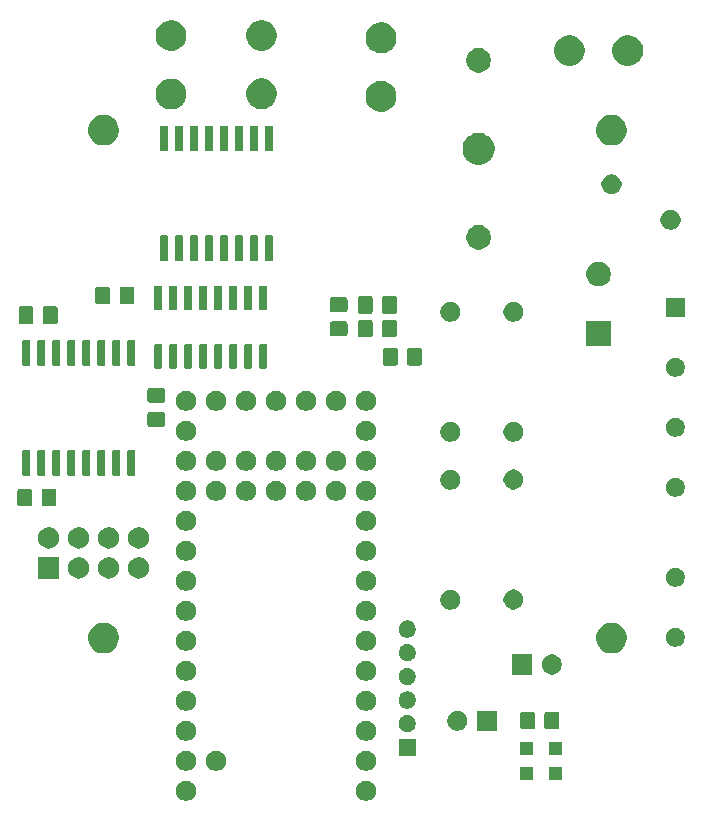
<source format=gbr>
G04 #@! TF.GenerationSoftware,KiCad,Pcbnew,(5.1.5)-3*
G04 #@! TF.CreationDate,2021-03-20T13:22:13+01:00*
G04 #@! TF.ProjectId,ACS71020_complete_teensy,41435337-3130-4323-905f-636f6d706c65,rev?*
G04 #@! TF.SameCoordinates,Original*
G04 #@! TF.FileFunction,Soldermask,Top*
G04 #@! TF.FilePolarity,Negative*
%FSLAX46Y46*%
G04 Gerber Fmt 4.6, Leading zero omitted, Abs format (unit mm)*
G04 Created by KiCad (PCBNEW (5.1.5)-3) date 2021-03-20 13:22:13*
%MOMM*%
%LPD*%
G04 APERTURE LIST*
%ADD10C,0.100000*%
G04 APERTURE END LIST*
D10*
G36*
X96768228Y-186125703D02*
G01*
X96923100Y-186189853D01*
X97062481Y-186282985D01*
X97181015Y-186401519D01*
X97274147Y-186540900D01*
X97338297Y-186695772D01*
X97371000Y-186860184D01*
X97371000Y-187027816D01*
X97338297Y-187192228D01*
X97274147Y-187347100D01*
X97181015Y-187486481D01*
X97062481Y-187605015D01*
X96923100Y-187698147D01*
X96768228Y-187762297D01*
X96603816Y-187795000D01*
X96436184Y-187795000D01*
X96271772Y-187762297D01*
X96116900Y-187698147D01*
X95977519Y-187605015D01*
X95858985Y-187486481D01*
X95765853Y-187347100D01*
X95701703Y-187192228D01*
X95669000Y-187027816D01*
X95669000Y-186860184D01*
X95701703Y-186695772D01*
X95765853Y-186540900D01*
X95858985Y-186401519D01*
X95977519Y-186282985D01*
X96116900Y-186189853D01*
X96271772Y-186125703D01*
X96436184Y-186093000D01*
X96603816Y-186093000D01*
X96768228Y-186125703D01*
G37*
G36*
X81528228Y-186125703D02*
G01*
X81683100Y-186189853D01*
X81822481Y-186282985D01*
X81941015Y-186401519D01*
X82034147Y-186540900D01*
X82098297Y-186695772D01*
X82131000Y-186860184D01*
X82131000Y-187027816D01*
X82098297Y-187192228D01*
X82034147Y-187347100D01*
X81941015Y-187486481D01*
X81822481Y-187605015D01*
X81683100Y-187698147D01*
X81528228Y-187762297D01*
X81363816Y-187795000D01*
X81196184Y-187795000D01*
X81031772Y-187762297D01*
X80876900Y-187698147D01*
X80737519Y-187605015D01*
X80618985Y-187486481D01*
X80525853Y-187347100D01*
X80461703Y-187192228D01*
X80429000Y-187027816D01*
X80429000Y-186860184D01*
X80461703Y-186695772D01*
X80525853Y-186540900D01*
X80618985Y-186401519D01*
X80737519Y-186282985D01*
X80876900Y-186189853D01*
X81031772Y-186125703D01*
X81196184Y-186093000D01*
X81363816Y-186093000D01*
X81528228Y-186125703D01*
G37*
G36*
X110651000Y-186051000D02*
G01*
X109549000Y-186051000D01*
X109549000Y-184949000D01*
X110651000Y-184949000D01*
X110651000Y-186051000D01*
G37*
G36*
X113151000Y-186051000D02*
G01*
X112049000Y-186051000D01*
X112049000Y-184949000D01*
X113151000Y-184949000D01*
X113151000Y-186051000D01*
G37*
G36*
X84068228Y-183585703D02*
G01*
X84223100Y-183649853D01*
X84362481Y-183742985D01*
X84481015Y-183861519D01*
X84574147Y-184000900D01*
X84638297Y-184155772D01*
X84671000Y-184320184D01*
X84671000Y-184487816D01*
X84638297Y-184652228D01*
X84574147Y-184807100D01*
X84481015Y-184946481D01*
X84362481Y-185065015D01*
X84223100Y-185158147D01*
X84068228Y-185222297D01*
X83903816Y-185255000D01*
X83736184Y-185255000D01*
X83571772Y-185222297D01*
X83416900Y-185158147D01*
X83277519Y-185065015D01*
X83158985Y-184946481D01*
X83065853Y-184807100D01*
X83001703Y-184652228D01*
X82969000Y-184487816D01*
X82969000Y-184320184D01*
X83001703Y-184155772D01*
X83065853Y-184000900D01*
X83158985Y-183861519D01*
X83277519Y-183742985D01*
X83416900Y-183649853D01*
X83571772Y-183585703D01*
X83736184Y-183553000D01*
X83903816Y-183553000D01*
X84068228Y-183585703D01*
G37*
G36*
X81528228Y-183585703D02*
G01*
X81683100Y-183649853D01*
X81822481Y-183742985D01*
X81941015Y-183861519D01*
X82034147Y-184000900D01*
X82098297Y-184155772D01*
X82131000Y-184320184D01*
X82131000Y-184487816D01*
X82098297Y-184652228D01*
X82034147Y-184807100D01*
X81941015Y-184946481D01*
X81822481Y-185065015D01*
X81683100Y-185158147D01*
X81528228Y-185222297D01*
X81363816Y-185255000D01*
X81196184Y-185255000D01*
X81031772Y-185222297D01*
X80876900Y-185158147D01*
X80737519Y-185065015D01*
X80618985Y-184946481D01*
X80525853Y-184807100D01*
X80461703Y-184652228D01*
X80429000Y-184487816D01*
X80429000Y-184320184D01*
X80461703Y-184155772D01*
X80525853Y-184000900D01*
X80618985Y-183861519D01*
X80737519Y-183742985D01*
X80876900Y-183649853D01*
X81031772Y-183585703D01*
X81196184Y-183553000D01*
X81363816Y-183553000D01*
X81528228Y-183585703D01*
G37*
G36*
X96768228Y-183585703D02*
G01*
X96923100Y-183649853D01*
X97062481Y-183742985D01*
X97181015Y-183861519D01*
X97274147Y-184000900D01*
X97338297Y-184155772D01*
X97371000Y-184320184D01*
X97371000Y-184487816D01*
X97338297Y-184652228D01*
X97274147Y-184807100D01*
X97181015Y-184946481D01*
X97062481Y-185065015D01*
X96923100Y-185158147D01*
X96768228Y-185222297D01*
X96603816Y-185255000D01*
X96436184Y-185255000D01*
X96271772Y-185222297D01*
X96116900Y-185158147D01*
X95977519Y-185065015D01*
X95858985Y-184946481D01*
X95765853Y-184807100D01*
X95701703Y-184652228D01*
X95669000Y-184487816D01*
X95669000Y-184320184D01*
X95701703Y-184155772D01*
X95765853Y-184000900D01*
X95858985Y-183861519D01*
X95977519Y-183742985D01*
X96116900Y-183649853D01*
X96271772Y-183585703D01*
X96436184Y-183553000D01*
X96603816Y-183553000D01*
X96768228Y-183585703D01*
G37*
G36*
X100726000Y-183976000D02*
G01*
X99274000Y-183976000D01*
X99274000Y-182524000D01*
X100726000Y-182524000D01*
X100726000Y-183976000D01*
G37*
G36*
X110651000Y-183901000D02*
G01*
X109549000Y-183901000D01*
X109549000Y-182799000D01*
X110651000Y-182799000D01*
X110651000Y-183901000D01*
G37*
G36*
X113151000Y-183901000D02*
G01*
X112049000Y-183901000D01*
X112049000Y-182799000D01*
X113151000Y-182799000D01*
X113151000Y-183901000D01*
G37*
G36*
X81528228Y-181045703D02*
G01*
X81683100Y-181109853D01*
X81822481Y-181202985D01*
X81941015Y-181321519D01*
X82034147Y-181460900D01*
X82098297Y-181615772D01*
X82131000Y-181780184D01*
X82131000Y-181947816D01*
X82098297Y-182112228D01*
X82034147Y-182267100D01*
X81941015Y-182406481D01*
X81822481Y-182525015D01*
X81683100Y-182618147D01*
X81528228Y-182682297D01*
X81363816Y-182715000D01*
X81196184Y-182715000D01*
X81031772Y-182682297D01*
X80876900Y-182618147D01*
X80737519Y-182525015D01*
X80618985Y-182406481D01*
X80525853Y-182267100D01*
X80461703Y-182112228D01*
X80429000Y-181947816D01*
X80429000Y-181780184D01*
X80461703Y-181615772D01*
X80525853Y-181460900D01*
X80618985Y-181321519D01*
X80737519Y-181202985D01*
X80876900Y-181109853D01*
X81031772Y-181045703D01*
X81196184Y-181013000D01*
X81363816Y-181013000D01*
X81528228Y-181045703D01*
G37*
G36*
X96768228Y-181045703D02*
G01*
X96923100Y-181109853D01*
X97062481Y-181202985D01*
X97181015Y-181321519D01*
X97274147Y-181460900D01*
X97338297Y-181615772D01*
X97371000Y-181780184D01*
X97371000Y-181947816D01*
X97338297Y-182112228D01*
X97274147Y-182267100D01*
X97181015Y-182406481D01*
X97062481Y-182525015D01*
X96923100Y-182618147D01*
X96768228Y-182682297D01*
X96603816Y-182715000D01*
X96436184Y-182715000D01*
X96271772Y-182682297D01*
X96116900Y-182618147D01*
X95977519Y-182525015D01*
X95858985Y-182406481D01*
X95765853Y-182267100D01*
X95701703Y-182112228D01*
X95669000Y-181947816D01*
X95669000Y-181780184D01*
X95701703Y-181615772D01*
X95765853Y-181460900D01*
X95858985Y-181321519D01*
X95977519Y-181202985D01*
X96116900Y-181109853D01*
X96271772Y-181045703D01*
X96436184Y-181013000D01*
X96603816Y-181013000D01*
X96768228Y-181045703D01*
G37*
G36*
X100211766Y-180551899D02*
G01*
X100343888Y-180606626D01*
X100343890Y-180606627D01*
X100462798Y-180686079D01*
X100563921Y-180787202D01*
X100563922Y-180787204D01*
X100643374Y-180906112D01*
X100698101Y-181038234D01*
X100726000Y-181178494D01*
X100726000Y-181321506D01*
X100698101Y-181461766D01*
X100664312Y-181543339D01*
X100643373Y-181593890D01*
X100563921Y-181712798D01*
X100462798Y-181813921D01*
X100343890Y-181893373D01*
X100343889Y-181893374D01*
X100343888Y-181893374D01*
X100211766Y-181948101D01*
X100071506Y-181976000D01*
X99928494Y-181976000D01*
X99788234Y-181948101D01*
X99656112Y-181893374D01*
X99656111Y-181893374D01*
X99656110Y-181893373D01*
X99537202Y-181813921D01*
X99436079Y-181712798D01*
X99356627Y-181593890D01*
X99335688Y-181543339D01*
X99301899Y-181461766D01*
X99274000Y-181321506D01*
X99274000Y-181178494D01*
X99301899Y-181038234D01*
X99356626Y-180906112D01*
X99436078Y-180787204D01*
X99436079Y-180787202D01*
X99537202Y-180686079D01*
X99656110Y-180606627D01*
X99656112Y-180606626D01*
X99788234Y-180551899D01*
X99928494Y-180524000D01*
X100071506Y-180524000D01*
X100211766Y-180551899D01*
G37*
G36*
X104498228Y-180181703D02*
G01*
X104653100Y-180245853D01*
X104792481Y-180338985D01*
X104911015Y-180457519D01*
X105004147Y-180596900D01*
X105068297Y-180751772D01*
X105101000Y-180916184D01*
X105101000Y-181083816D01*
X105068297Y-181248228D01*
X105004147Y-181403100D01*
X104911015Y-181542481D01*
X104792481Y-181661015D01*
X104653100Y-181754147D01*
X104498228Y-181818297D01*
X104333816Y-181851000D01*
X104166184Y-181851000D01*
X104001772Y-181818297D01*
X103846900Y-181754147D01*
X103707519Y-181661015D01*
X103588985Y-181542481D01*
X103495853Y-181403100D01*
X103431703Y-181248228D01*
X103399000Y-181083816D01*
X103399000Y-180916184D01*
X103431703Y-180751772D01*
X103495853Y-180596900D01*
X103588985Y-180457519D01*
X103707519Y-180338985D01*
X103846900Y-180245853D01*
X104001772Y-180181703D01*
X104166184Y-180149000D01*
X104333816Y-180149000D01*
X104498228Y-180181703D01*
G37*
G36*
X107601000Y-181851000D02*
G01*
X105899000Y-181851000D01*
X105899000Y-180149000D01*
X107601000Y-180149000D01*
X107601000Y-181851000D01*
G37*
G36*
X112713674Y-180253465D02*
G01*
X112751367Y-180264899D01*
X112786103Y-180283466D01*
X112816548Y-180308452D01*
X112841534Y-180338897D01*
X112860101Y-180373633D01*
X112871535Y-180411326D01*
X112876000Y-180456661D01*
X112876000Y-181543339D01*
X112871535Y-181588674D01*
X112860101Y-181626367D01*
X112841534Y-181661103D01*
X112816548Y-181691548D01*
X112786103Y-181716534D01*
X112751367Y-181735101D01*
X112713674Y-181746535D01*
X112668339Y-181751000D01*
X111831661Y-181751000D01*
X111786326Y-181746535D01*
X111748633Y-181735101D01*
X111713897Y-181716534D01*
X111683452Y-181691548D01*
X111658466Y-181661103D01*
X111639899Y-181626367D01*
X111628465Y-181588674D01*
X111624000Y-181543339D01*
X111624000Y-180456661D01*
X111628465Y-180411326D01*
X111639899Y-180373633D01*
X111658466Y-180338897D01*
X111683452Y-180308452D01*
X111713897Y-180283466D01*
X111748633Y-180264899D01*
X111786326Y-180253465D01*
X111831661Y-180249000D01*
X112668339Y-180249000D01*
X112713674Y-180253465D01*
G37*
G36*
X110663674Y-180253465D02*
G01*
X110701367Y-180264899D01*
X110736103Y-180283466D01*
X110766548Y-180308452D01*
X110791534Y-180338897D01*
X110810101Y-180373633D01*
X110821535Y-180411326D01*
X110826000Y-180456661D01*
X110826000Y-181543339D01*
X110821535Y-181588674D01*
X110810101Y-181626367D01*
X110791534Y-181661103D01*
X110766548Y-181691548D01*
X110736103Y-181716534D01*
X110701367Y-181735101D01*
X110663674Y-181746535D01*
X110618339Y-181751000D01*
X109781661Y-181751000D01*
X109736326Y-181746535D01*
X109698633Y-181735101D01*
X109663897Y-181716534D01*
X109633452Y-181691548D01*
X109608466Y-181661103D01*
X109589899Y-181626367D01*
X109578465Y-181588674D01*
X109574000Y-181543339D01*
X109574000Y-180456661D01*
X109578465Y-180411326D01*
X109589899Y-180373633D01*
X109608466Y-180338897D01*
X109633452Y-180308452D01*
X109663897Y-180283466D01*
X109698633Y-180264899D01*
X109736326Y-180253465D01*
X109781661Y-180249000D01*
X110618339Y-180249000D01*
X110663674Y-180253465D01*
G37*
G36*
X96768228Y-178505703D02*
G01*
X96923100Y-178569853D01*
X97062481Y-178662985D01*
X97181015Y-178781519D01*
X97274147Y-178920900D01*
X97338297Y-179075772D01*
X97371000Y-179240184D01*
X97371000Y-179407816D01*
X97338297Y-179572228D01*
X97274147Y-179727100D01*
X97181015Y-179866481D01*
X97062481Y-179985015D01*
X96923100Y-180078147D01*
X96768228Y-180142297D01*
X96603816Y-180175000D01*
X96436184Y-180175000D01*
X96271772Y-180142297D01*
X96116900Y-180078147D01*
X95977519Y-179985015D01*
X95858985Y-179866481D01*
X95765853Y-179727100D01*
X95701703Y-179572228D01*
X95669000Y-179407816D01*
X95669000Y-179240184D01*
X95701703Y-179075772D01*
X95765853Y-178920900D01*
X95858985Y-178781519D01*
X95977519Y-178662985D01*
X96116900Y-178569853D01*
X96271772Y-178505703D01*
X96436184Y-178473000D01*
X96603816Y-178473000D01*
X96768228Y-178505703D01*
G37*
G36*
X81528228Y-178505703D02*
G01*
X81683100Y-178569853D01*
X81822481Y-178662985D01*
X81941015Y-178781519D01*
X82034147Y-178920900D01*
X82098297Y-179075772D01*
X82131000Y-179240184D01*
X82131000Y-179407816D01*
X82098297Y-179572228D01*
X82034147Y-179727100D01*
X81941015Y-179866481D01*
X81822481Y-179985015D01*
X81683100Y-180078147D01*
X81528228Y-180142297D01*
X81363816Y-180175000D01*
X81196184Y-180175000D01*
X81031772Y-180142297D01*
X80876900Y-180078147D01*
X80737519Y-179985015D01*
X80618985Y-179866481D01*
X80525853Y-179727100D01*
X80461703Y-179572228D01*
X80429000Y-179407816D01*
X80429000Y-179240184D01*
X80461703Y-179075772D01*
X80525853Y-178920900D01*
X80618985Y-178781519D01*
X80737519Y-178662985D01*
X80876900Y-178569853D01*
X81031772Y-178505703D01*
X81196184Y-178473000D01*
X81363816Y-178473000D01*
X81528228Y-178505703D01*
G37*
G36*
X100211766Y-178551899D02*
G01*
X100343888Y-178606626D01*
X100343890Y-178606627D01*
X100462798Y-178686079D01*
X100563921Y-178787202D01*
X100563922Y-178787204D01*
X100643374Y-178906112D01*
X100698101Y-179038234D01*
X100726000Y-179178494D01*
X100726000Y-179321506D01*
X100698101Y-179461766D01*
X100652346Y-179572228D01*
X100643373Y-179593890D01*
X100563921Y-179712798D01*
X100462798Y-179813921D01*
X100343890Y-179893373D01*
X100343889Y-179893374D01*
X100343888Y-179893374D01*
X100211766Y-179948101D01*
X100071506Y-179976000D01*
X99928494Y-179976000D01*
X99788234Y-179948101D01*
X99656112Y-179893374D01*
X99656111Y-179893374D01*
X99656110Y-179893373D01*
X99537202Y-179813921D01*
X99436079Y-179712798D01*
X99356627Y-179593890D01*
X99347654Y-179572228D01*
X99301899Y-179461766D01*
X99274000Y-179321506D01*
X99274000Y-179178494D01*
X99301899Y-179038234D01*
X99356626Y-178906112D01*
X99436078Y-178787204D01*
X99436079Y-178787202D01*
X99537202Y-178686079D01*
X99656110Y-178606627D01*
X99656112Y-178606626D01*
X99788234Y-178551899D01*
X99928494Y-178524000D01*
X100071506Y-178524000D01*
X100211766Y-178551899D01*
G37*
G36*
X100211766Y-176551899D02*
G01*
X100343888Y-176606626D01*
X100343890Y-176606627D01*
X100462798Y-176686079D01*
X100563921Y-176787202D01*
X100643373Y-176906110D01*
X100643374Y-176906112D01*
X100698101Y-177038234D01*
X100726000Y-177178494D01*
X100726000Y-177321506D01*
X100698101Y-177461766D01*
X100666462Y-177538148D01*
X100643373Y-177593890D01*
X100563921Y-177712798D01*
X100462798Y-177813921D01*
X100343890Y-177893373D01*
X100343889Y-177893374D01*
X100343888Y-177893374D01*
X100211766Y-177948101D01*
X100071506Y-177976000D01*
X99928494Y-177976000D01*
X99788234Y-177948101D01*
X99656112Y-177893374D01*
X99656111Y-177893374D01*
X99656110Y-177893373D01*
X99537202Y-177813921D01*
X99436079Y-177712798D01*
X99356627Y-177593890D01*
X99333538Y-177538148D01*
X99301899Y-177461766D01*
X99274000Y-177321506D01*
X99274000Y-177178494D01*
X99301899Y-177038234D01*
X99356626Y-176906112D01*
X99356627Y-176906110D01*
X99436079Y-176787202D01*
X99537202Y-176686079D01*
X99656110Y-176606627D01*
X99656112Y-176606626D01*
X99788234Y-176551899D01*
X99928494Y-176524000D01*
X100071506Y-176524000D01*
X100211766Y-176551899D01*
G37*
G36*
X96768228Y-175965703D02*
G01*
X96923100Y-176029853D01*
X97062481Y-176122985D01*
X97181015Y-176241519D01*
X97274147Y-176380900D01*
X97338297Y-176535772D01*
X97371000Y-176700184D01*
X97371000Y-176867816D01*
X97338297Y-177032228D01*
X97274147Y-177187100D01*
X97181015Y-177326481D01*
X97062481Y-177445015D01*
X96923100Y-177538147D01*
X96768228Y-177602297D01*
X96603816Y-177635000D01*
X96436184Y-177635000D01*
X96271772Y-177602297D01*
X96116900Y-177538147D01*
X95977519Y-177445015D01*
X95858985Y-177326481D01*
X95765853Y-177187100D01*
X95701703Y-177032228D01*
X95669000Y-176867816D01*
X95669000Y-176700184D01*
X95701703Y-176535772D01*
X95765853Y-176380900D01*
X95858985Y-176241519D01*
X95977519Y-176122985D01*
X96116900Y-176029853D01*
X96271772Y-175965703D01*
X96436184Y-175933000D01*
X96603816Y-175933000D01*
X96768228Y-175965703D01*
G37*
G36*
X81528228Y-175965703D02*
G01*
X81683100Y-176029853D01*
X81822481Y-176122985D01*
X81941015Y-176241519D01*
X82034147Y-176380900D01*
X82098297Y-176535772D01*
X82131000Y-176700184D01*
X82131000Y-176867816D01*
X82098297Y-177032228D01*
X82034147Y-177187100D01*
X81941015Y-177326481D01*
X81822481Y-177445015D01*
X81683100Y-177538147D01*
X81528228Y-177602297D01*
X81363816Y-177635000D01*
X81196184Y-177635000D01*
X81031772Y-177602297D01*
X80876900Y-177538147D01*
X80737519Y-177445015D01*
X80618985Y-177326481D01*
X80525853Y-177187100D01*
X80461703Y-177032228D01*
X80429000Y-176867816D01*
X80429000Y-176700184D01*
X80461703Y-176535772D01*
X80525853Y-176380900D01*
X80618985Y-176241519D01*
X80737519Y-176122985D01*
X80876900Y-176029853D01*
X81031772Y-175965703D01*
X81196184Y-175933000D01*
X81363816Y-175933000D01*
X81528228Y-175965703D01*
G37*
G36*
X112498228Y-175431703D02*
G01*
X112653100Y-175495853D01*
X112792481Y-175588985D01*
X112911015Y-175707519D01*
X113004147Y-175846900D01*
X113068297Y-176001772D01*
X113101000Y-176166184D01*
X113101000Y-176333816D01*
X113068297Y-176498228D01*
X113004147Y-176653100D01*
X112911015Y-176792481D01*
X112792481Y-176911015D01*
X112653100Y-177004147D01*
X112498228Y-177068297D01*
X112333816Y-177101000D01*
X112166184Y-177101000D01*
X112001772Y-177068297D01*
X111846900Y-177004147D01*
X111707519Y-176911015D01*
X111588985Y-176792481D01*
X111495853Y-176653100D01*
X111431703Y-176498228D01*
X111399000Y-176333816D01*
X111399000Y-176166184D01*
X111431703Y-176001772D01*
X111495853Y-175846900D01*
X111588985Y-175707519D01*
X111707519Y-175588985D01*
X111846900Y-175495853D01*
X112001772Y-175431703D01*
X112166184Y-175399000D01*
X112333816Y-175399000D01*
X112498228Y-175431703D01*
G37*
G36*
X110601000Y-177101000D02*
G01*
X108899000Y-177101000D01*
X108899000Y-175399000D01*
X110601000Y-175399000D01*
X110601000Y-177101000D01*
G37*
G36*
X100211766Y-174551899D02*
G01*
X100343888Y-174606626D01*
X100343890Y-174606627D01*
X100462798Y-174686079D01*
X100563921Y-174787202D01*
X100563922Y-174787204D01*
X100643374Y-174906112D01*
X100698101Y-175038234D01*
X100726000Y-175178494D01*
X100726000Y-175321506D01*
X100698101Y-175461766D01*
X100645405Y-175588985D01*
X100643373Y-175593890D01*
X100563921Y-175712798D01*
X100462798Y-175813921D01*
X100343890Y-175893373D01*
X100343889Y-175893374D01*
X100343888Y-175893374D01*
X100211766Y-175948101D01*
X100071506Y-175976000D01*
X99928494Y-175976000D01*
X99788234Y-175948101D01*
X99656112Y-175893374D01*
X99656111Y-175893374D01*
X99656110Y-175893373D01*
X99537202Y-175813921D01*
X99436079Y-175712798D01*
X99356627Y-175593890D01*
X99354595Y-175588985D01*
X99301899Y-175461766D01*
X99274000Y-175321506D01*
X99274000Y-175178494D01*
X99301899Y-175038234D01*
X99356626Y-174906112D01*
X99436078Y-174787204D01*
X99436079Y-174787202D01*
X99537202Y-174686079D01*
X99656110Y-174606627D01*
X99656112Y-174606626D01*
X99788234Y-174551899D01*
X99928494Y-174524000D01*
X100071506Y-174524000D01*
X100211766Y-174551899D01*
G37*
G36*
X74679487Y-172748996D02*
G01*
X74916253Y-172847068D01*
X74916255Y-172847069D01*
X75129339Y-172989447D01*
X75310553Y-173170661D01*
X75411344Y-173321505D01*
X75452932Y-173383747D01*
X75551004Y-173620513D01*
X75601000Y-173871861D01*
X75601000Y-174128139D01*
X75551004Y-174379487D01*
X75456919Y-174606627D01*
X75452931Y-174616255D01*
X75310553Y-174829339D01*
X75129339Y-175010553D01*
X74916255Y-175152931D01*
X74916254Y-175152932D01*
X74916253Y-175152932D01*
X74679487Y-175251004D01*
X74428139Y-175301000D01*
X74171861Y-175301000D01*
X73920513Y-175251004D01*
X73683747Y-175152932D01*
X73683746Y-175152932D01*
X73683745Y-175152931D01*
X73470661Y-175010553D01*
X73289447Y-174829339D01*
X73147069Y-174616255D01*
X73143081Y-174606627D01*
X73048996Y-174379487D01*
X72999000Y-174128139D01*
X72999000Y-173871861D01*
X73048996Y-173620513D01*
X73147068Y-173383747D01*
X73188657Y-173321505D01*
X73289447Y-173170661D01*
X73470661Y-172989447D01*
X73683745Y-172847069D01*
X73683747Y-172847068D01*
X73920513Y-172748996D01*
X74171861Y-172699000D01*
X74428139Y-172699000D01*
X74679487Y-172748996D01*
G37*
G36*
X117679487Y-172748996D02*
G01*
X117916253Y-172847068D01*
X117916255Y-172847069D01*
X118129339Y-172989447D01*
X118310553Y-173170661D01*
X118411344Y-173321505D01*
X118452932Y-173383747D01*
X118551004Y-173620513D01*
X118601000Y-173871861D01*
X118601000Y-174128139D01*
X118551004Y-174379487D01*
X118456919Y-174606627D01*
X118452931Y-174616255D01*
X118310553Y-174829339D01*
X118129339Y-175010553D01*
X117916255Y-175152931D01*
X117916254Y-175152932D01*
X117916253Y-175152932D01*
X117679487Y-175251004D01*
X117428139Y-175301000D01*
X117171861Y-175301000D01*
X116920513Y-175251004D01*
X116683747Y-175152932D01*
X116683746Y-175152932D01*
X116683745Y-175152931D01*
X116470661Y-175010553D01*
X116289447Y-174829339D01*
X116147069Y-174616255D01*
X116143081Y-174606627D01*
X116048996Y-174379487D01*
X115999000Y-174128139D01*
X115999000Y-173871861D01*
X116048996Y-173620513D01*
X116147068Y-173383747D01*
X116188657Y-173321505D01*
X116289447Y-173170661D01*
X116470661Y-172989447D01*
X116683745Y-172847069D01*
X116683747Y-172847068D01*
X116920513Y-172748996D01*
X117171861Y-172699000D01*
X117428139Y-172699000D01*
X117679487Y-172748996D01*
G37*
G36*
X81528228Y-173425703D02*
G01*
X81683100Y-173489853D01*
X81822481Y-173582985D01*
X81941015Y-173701519D01*
X82034147Y-173840900D01*
X82098297Y-173995772D01*
X82131000Y-174160184D01*
X82131000Y-174327816D01*
X82098297Y-174492228D01*
X82034147Y-174647100D01*
X81941015Y-174786481D01*
X81822481Y-174905015D01*
X81683100Y-174998147D01*
X81528228Y-175062297D01*
X81363816Y-175095000D01*
X81196184Y-175095000D01*
X81031772Y-175062297D01*
X80876900Y-174998147D01*
X80737519Y-174905015D01*
X80618985Y-174786481D01*
X80525853Y-174647100D01*
X80461703Y-174492228D01*
X80429000Y-174327816D01*
X80429000Y-174160184D01*
X80461703Y-173995772D01*
X80525853Y-173840900D01*
X80618985Y-173701519D01*
X80737519Y-173582985D01*
X80876900Y-173489853D01*
X81031772Y-173425703D01*
X81196184Y-173393000D01*
X81363816Y-173393000D01*
X81528228Y-173425703D01*
G37*
G36*
X96768228Y-173425703D02*
G01*
X96923100Y-173489853D01*
X97062481Y-173582985D01*
X97181015Y-173701519D01*
X97274147Y-173840900D01*
X97338297Y-173995772D01*
X97371000Y-174160184D01*
X97371000Y-174327816D01*
X97338297Y-174492228D01*
X97274147Y-174647100D01*
X97181015Y-174786481D01*
X97062481Y-174905015D01*
X96923100Y-174998147D01*
X96768228Y-175062297D01*
X96603816Y-175095000D01*
X96436184Y-175095000D01*
X96271772Y-175062297D01*
X96116900Y-174998147D01*
X95977519Y-174905015D01*
X95858985Y-174786481D01*
X95765853Y-174647100D01*
X95701703Y-174492228D01*
X95669000Y-174327816D01*
X95669000Y-174160184D01*
X95701703Y-173995772D01*
X95765853Y-173840900D01*
X95858985Y-173701519D01*
X95977519Y-173582985D01*
X96116900Y-173489853D01*
X96271772Y-173425703D01*
X96436184Y-173393000D01*
X96603816Y-173393000D01*
X96768228Y-173425703D01*
G37*
G36*
X122934810Y-173165935D02*
G01*
X123081309Y-173226617D01*
X123081310Y-173226618D01*
X123213158Y-173314716D01*
X123325284Y-173426842D01*
X123325285Y-173426844D01*
X123413383Y-173558691D01*
X123474065Y-173705190D01*
X123505000Y-173860713D01*
X123505000Y-174019287D01*
X123474065Y-174174810D01*
X123413383Y-174321309D01*
X123409035Y-174327816D01*
X123325284Y-174453158D01*
X123213158Y-174565284D01*
X123151285Y-174606626D01*
X123081309Y-174653383D01*
X122934810Y-174714065D01*
X122779287Y-174745000D01*
X122620713Y-174745000D01*
X122465190Y-174714065D01*
X122318691Y-174653383D01*
X122248715Y-174606626D01*
X122186842Y-174565284D01*
X122074716Y-174453158D01*
X121990965Y-174327816D01*
X121986617Y-174321309D01*
X121925935Y-174174810D01*
X121895000Y-174019287D01*
X121895000Y-173860713D01*
X121925935Y-173705190D01*
X121986617Y-173558691D01*
X122074715Y-173426844D01*
X122074716Y-173426842D01*
X122186842Y-173314716D01*
X122318690Y-173226618D01*
X122318691Y-173226617D01*
X122465190Y-173165935D01*
X122620713Y-173135000D01*
X122779287Y-173135000D01*
X122934810Y-173165935D01*
G37*
G36*
X100211766Y-172551899D02*
G01*
X100343888Y-172606626D01*
X100343890Y-172606627D01*
X100462798Y-172686079D01*
X100563921Y-172787202D01*
X100563922Y-172787204D01*
X100643374Y-172906112D01*
X100698101Y-173038234D01*
X100726000Y-173178494D01*
X100726000Y-173321506D01*
X100698101Y-173461766D01*
X100657953Y-173558691D01*
X100643373Y-173593890D01*
X100563921Y-173712798D01*
X100462798Y-173813921D01*
X100343890Y-173893373D01*
X100343889Y-173893374D01*
X100343888Y-173893374D01*
X100211766Y-173948101D01*
X100071506Y-173976000D01*
X99928494Y-173976000D01*
X99788234Y-173948101D01*
X99656112Y-173893374D01*
X99656111Y-173893374D01*
X99656110Y-173893373D01*
X99537202Y-173813921D01*
X99436079Y-173712798D01*
X99356627Y-173593890D01*
X99342047Y-173558691D01*
X99301899Y-173461766D01*
X99274000Y-173321506D01*
X99274000Y-173178494D01*
X99301899Y-173038234D01*
X99356626Y-172906112D01*
X99436078Y-172787204D01*
X99436079Y-172787202D01*
X99537202Y-172686079D01*
X99656110Y-172606627D01*
X99656112Y-172606626D01*
X99788234Y-172551899D01*
X99928494Y-172524000D01*
X100071506Y-172524000D01*
X100211766Y-172551899D01*
G37*
G36*
X81528228Y-170885703D02*
G01*
X81683100Y-170949853D01*
X81822481Y-171042985D01*
X81941015Y-171161519D01*
X82034147Y-171300900D01*
X82098297Y-171455772D01*
X82131000Y-171620184D01*
X82131000Y-171787816D01*
X82098297Y-171952228D01*
X82034147Y-172107100D01*
X81941015Y-172246481D01*
X81822481Y-172365015D01*
X81683100Y-172458147D01*
X81528228Y-172522297D01*
X81363816Y-172555000D01*
X81196184Y-172555000D01*
X81031772Y-172522297D01*
X80876900Y-172458147D01*
X80737519Y-172365015D01*
X80618985Y-172246481D01*
X80525853Y-172107100D01*
X80461703Y-171952228D01*
X80429000Y-171787816D01*
X80429000Y-171620184D01*
X80461703Y-171455772D01*
X80525853Y-171300900D01*
X80618985Y-171161519D01*
X80737519Y-171042985D01*
X80876900Y-170949853D01*
X81031772Y-170885703D01*
X81196184Y-170853000D01*
X81363816Y-170853000D01*
X81528228Y-170885703D01*
G37*
G36*
X96768228Y-170885703D02*
G01*
X96923100Y-170949853D01*
X97062481Y-171042985D01*
X97181015Y-171161519D01*
X97274147Y-171300900D01*
X97338297Y-171455772D01*
X97371000Y-171620184D01*
X97371000Y-171787816D01*
X97338297Y-171952228D01*
X97274147Y-172107100D01*
X97181015Y-172246481D01*
X97062481Y-172365015D01*
X96923100Y-172458147D01*
X96768228Y-172522297D01*
X96603816Y-172555000D01*
X96436184Y-172555000D01*
X96271772Y-172522297D01*
X96116900Y-172458147D01*
X95977519Y-172365015D01*
X95858985Y-172246481D01*
X95765853Y-172107100D01*
X95701703Y-171952228D01*
X95669000Y-171787816D01*
X95669000Y-171620184D01*
X95701703Y-171455772D01*
X95765853Y-171300900D01*
X95858985Y-171161519D01*
X95977519Y-171042985D01*
X96116900Y-170949853D01*
X96271772Y-170885703D01*
X96436184Y-170853000D01*
X96603816Y-170853000D01*
X96768228Y-170885703D01*
G37*
G36*
X103908228Y-169954703D02*
G01*
X104063100Y-170018853D01*
X104202481Y-170111985D01*
X104321015Y-170230519D01*
X104414147Y-170369900D01*
X104478297Y-170524772D01*
X104511000Y-170689184D01*
X104511000Y-170856816D01*
X104478297Y-171021228D01*
X104414147Y-171176100D01*
X104321015Y-171315481D01*
X104202481Y-171434015D01*
X104063100Y-171527147D01*
X103908228Y-171591297D01*
X103743816Y-171624000D01*
X103576184Y-171624000D01*
X103411772Y-171591297D01*
X103256900Y-171527147D01*
X103117519Y-171434015D01*
X102998985Y-171315481D01*
X102905853Y-171176100D01*
X102841703Y-171021228D01*
X102809000Y-170856816D01*
X102809000Y-170689184D01*
X102841703Y-170524772D01*
X102905853Y-170369900D01*
X102998985Y-170230519D01*
X103117519Y-170111985D01*
X103256900Y-170018853D01*
X103411772Y-169954703D01*
X103576184Y-169922000D01*
X103743816Y-169922000D01*
X103908228Y-169954703D01*
G37*
G36*
X109248228Y-169931703D02*
G01*
X109403100Y-169995853D01*
X109542481Y-170088985D01*
X109661015Y-170207519D01*
X109754147Y-170346900D01*
X109818297Y-170501772D01*
X109851000Y-170666184D01*
X109851000Y-170833816D01*
X109818297Y-170998228D01*
X109754147Y-171153100D01*
X109661015Y-171292481D01*
X109542481Y-171411015D01*
X109403100Y-171504147D01*
X109248228Y-171568297D01*
X109083816Y-171601000D01*
X108916184Y-171601000D01*
X108751772Y-171568297D01*
X108596900Y-171504147D01*
X108457519Y-171411015D01*
X108338985Y-171292481D01*
X108245853Y-171153100D01*
X108181703Y-170998228D01*
X108149000Y-170833816D01*
X108149000Y-170666184D01*
X108181703Y-170501772D01*
X108245853Y-170346900D01*
X108338985Y-170207519D01*
X108457519Y-170088985D01*
X108596900Y-169995853D01*
X108751772Y-169931703D01*
X108916184Y-169899000D01*
X109083816Y-169899000D01*
X109248228Y-169931703D01*
G37*
G36*
X96768228Y-168345703D02*
G01*
X96923100Y-168409853D01*
X97062481Y-168502985D01*
X97181015Y-168621519D01*
X97274147Y-168760900D01*
X97338297Y-168915772D01*
X97371000Y-169080184D01*
X97371000Y-169247816D01*
X97338297Y-169412228D01*
X97274147Y-169567100D01*
X97181015Y-169706481D01*
X97062481Y-169825015D01*
X96923100Y-169918147D01*
X96768228Y-169982297D01*
X96603816Y-170015000D01*
X96436184Y-170015000D01*
X96271772Y-169982297D01*
X96116900Y-169918147D01*
X95977519Y-169825015D01*
X95858985Y-169706481D01*
X95765853Y-169567100D01*
X95701703Y-169412228D01*
X95669000Y-169247816D01*
X95669000Y-169080184D01*
X95701703Y-168915772D01*
X95765853Y-168760900D01*
X95858985Y-168621519D01*
X95977519Y-168502985D01*
X96116900Y-168409853D01*
X96271772Y-168345703D01*
X96436184Y-168313000D01*
X96603816Y-168313000D01*
X96768228Y-168345703D01*
G37*
G36*
X81528228Y-168345703D02*
G01*
X81683100Y-168409853D01*
X81822481Y-168502985D01*
X81941015Y-168621519D01*
X82034147Y-168760900D01*
X82098297Y-168915772D01*
X82131000Y-169080184D01*
X82131000Y-169247816D01*
X82098297Y-169412228D01*
X82034147Y-169567100D01*
X81941015Y-169706481D01*
X81822481Y-169825015D01*
X81683100Y-169918147D01*
X81528228Y-169982297D01*
X81363816Y-170015000D01*
X81196184Y-170015000D01*
X81031772Y-169982297D01*
X80876900Y-169918147D01*
X80737519Y-169825015D01*
X80618985Y-169706481D01*
X80525853Y-169567100D01*
X80461703Y-169412228D01*
X80429000Y-169247816D01*
X80429000Y-169080184D01*
X80461703Y-168915772D01*
X80525853Y-168760900D01*
X80618985Y-168621519D01*
X80737519Y-168502985D01*
X80876900Y-168409853D01*
X81031772Y-168345703D01*
X81196184Y-168313000D01*
X81363816Y-168313000D01*
X81528228Y-168345703D01*
G37*
G36*
X122934810Y-168085935D02*
G01*
X123081309Y-168146617D01*
X123099455Y-168158742D01*
X123213158Y-168234716D01*
X123325284Y-168346842D01*
X123325285Y-168346844D01*
X123413383Y-168478691D01*
X123474065Y-168625190D01*
X123505000Y-168780713D01*
X123505000Y-168939287D01*
X123474065Y-169094810D01*
X123413383Y-169241309D01*
X123409035Y-169247816D01*
X123325284Y-169373158D01*
X123213158Y-169485284D01*
X123146785Y-169529633D01*
X123081309Y-169573383D01*
X122934810Y-169634065D01*
X122779287Y-169665000D01*
X122620713Y-169665000D01*
X122465190Y-169634065D01*
X122318691Y-169573383D01*
X122253215Y-169529633D01*
X122186842Y-169485284D01*
X122074716Y-169373158D01*
X121990965Y-169247816D01*
X121986617Y-169241309D01*
X121925935Y-169094810D01*
X121895000Y-168939287D01*
X121895000Y-168780713D01*
X121925935Y-168625190D01*
X121986617Y-168478691D01*
X122074715Y-168346844D01*
X122074716Y-168346842D01*
X122186842Y-168234716D01*
X122300545Y-168158742D01*
X122318691Y-168146617D01*
X122465190Y-168085935D01*
X122620713Y-168055000D01*
X122779287Y-168055000D01*
X122934810Y-168085935D01*
G37*
G36*
X70551000Y-168971000D02*
G01*
X68749000Y-168971000D01*
X68749000Y-167169000D01*
X70551000Y-167169000D01*
X70551000Y-168971000D01*
G37*
G36*
X77383512Y-167173927D02*
G01*
X77532812Y-167203624D01*
X77696784Y-167271544D01*
X77844354Y-167370147D01*
X77969853Y-167495646D01*
X78068456Y-167643216D01*
X78136376Y-167807188D01*
X78171000Y-167981259D01*
X78171000Y-168158741D01*
X78136376Y-168332812D01*
X78068456Y-168496784D01*
X77969853Y-168644354D01*
X77844354Y-168769853D01*
X77696784Y-168868456D01*
X77532812Y-168936376D01*
X77383512Y-168966073D01*
X77358742Y-168971000D01*
X77181258Y-168971000D01*
X77156488Y-168966073D01*
X77007188Y-168936376D01*
X76843216Y-168868456D01*
X76695646Y-168769853D01*
X76570147Y-168644354D01*
X76471544Y-168496784D01*
X76403624Y-168332812D01*
X76369000Y-168158741D01*
X76369000Y-167981259D01*
X76403624Y-167807188D01*
X76471544Y-167643216D01*
X76570147Y-167495646D01*
X76695646Y-167370147D01*
X76843216Y-167271544D01*
X77007188Y-167203624D01*
X77156488Y-167173927D01*
X77181258Y-167169000D01*
X77358742Y-167169000D01*
X77383512Y-167173927D01*
G37*
G36*
X74843512Y-167173927D02*
G01*
X74992812Y-167203624D01*
X75156784Y-167271544D01*
X75304354Y-167370147D01*
X75429853Y-167495646D01*
X75528456Y-167643216D01*
X75596376Y-167807188D01*
X75631000Y-167981259D01*
X75631000Y-168158741D01*
X75596376Y-168332812D01*
X75528456Y-168496784D01*
X75429853Y-168644354D01*
X75304354Y-168769853D01*
X75156784Y-168868456D01*
X74992812Y-168936376D01*
X74843512Y-168966073D01*
X74818742Y-168971000D01*
X74641258Y-168971000D01*
X74616488Y-168966073D01*
X74467188Y-168936376D01*
X74303216Y-168868456D01*
X74155646Y-168769853D01*
X74030147Y-168644354D01*
X73931544Y-168496784D01*
X73863624Y-168332812D01*
X73829000Y-168158741D01*
X73829000Y-167981259D01*
X73863624Y-167807188D01*
X73931544Y-167643216D01*
X74030147Y-167495646D01*
X74155646Y-167370147D01*
X74303216Y-167271544D01*
X74467188Y-167203624D01*
X74616488Y-167173927D01*
X74641258Y-167169000D01*
X74818742Y-167169000D01*
X74843512Y-167173927D01*
G37*
G36*
X72303512Y-167173927D02*
G01*
X72452812Y-167203624D01*
X72616784Y-167271544D01*
X72764354Y-167370147D01*
X72889853Y-167495646D01*
X72988456Y-167643216D01*
X73056376Y-167807188D01*
X73091000Y-167981259D01*
X73091000Y-168158741D01*
X73056376Y-168332812D01*
X72988456Y-168496784D01*
X72889853Y-168644354D01*
X72764354Y-168769853D01*
X72616784Y-168868456D01*
X72452812Y-168936376D01*
X72303512Y-168966073D01*
X72278742Y-168971000D01*
X72101258Y-168971000D01*
X72076488Y-168966073D01*
X71927188Y-168936376D01*
X71763216Y-168868456D01*
X71615646Y-168769853D01*
X71490147Y-168644354D01*
X71391544Y-168496784D01*
X71323624Y-168332812D01*
X71289000Y-168158741D01*
X71289000Y-167981259D01*
X71323624Y-167807188D01*
X71391544Y-167643216D01*
X71490147Y-167495646D01*
X71615646Y-167370147D01*
X71763216Y-167271544D01*
X71927188Y-167203624D01*
X72076488Y-167173927D01*
X72101258Y-167169000D01*
X72278742Y-167169000D01*
X72303512Y-167173927D01*
G37*
G36*
X96768228Y-165805703D02*
G01*
X96923100Y-165869853D01*
X97062481Y-165962985D01*
X97181015Y-166081519D01*
X97274147Y-166220900D01*
X97338297Y-166375772D01*
X97371000Y-166540184D01*
X97371000Y-166707816D01*
X97338297Y-166872228D01*
X97274147Y-167027100D01*
X97181015Y-167166481D01*
X97062481Y-167285015D01*
X96923100Y-167378147D01*
X96768228Y-167442297D01*
X96603816Y-167475000D01*
X96436184Y-167475000D01*
X96271772Y-167442297D01*
X96116900Y-167378147D01*
X95977519Y-167285015D01*
X95858985Y-167166481D01*
X95765853Y-167027100D01*
X95701703Y-166872228D01*
X95669000Y-166707816D01*
X95669000Y-166540184D01*
X95701703Y-166375772D01*
X95765853Y-166220900D01*
X95858985Y-166081519D01*
X95977519Y-165962985D01*
X96116900Y-165869853D01*
X96271772Y-165805703D01*
X96436184Y-165773000D01*
X96603816Y-165773000D01*
X96768228Y-165805703D01*
G37*
G36*
X81528228Y-165805703D02*
G01*
X81683100Y-165869853D01*
X81822481Y-165962985D01*
X81941015Y-166081519D01*
X82034147Y-166220900D01*
X82098297Y-166375772D01*
X82131000Y-166540184D01*
X82131000Y-166707816D01*
X82098297Y-166872228D01*
X82034147Y-167027100D01*
X81941015Y-167166481D01*
X81822481Y-167285015D01*
X81683100Y-167378147D01*
X81528228Y-167442297D01*
X81363816Y-167475000D01*
X81196184Y-167475000D01*
X81031772Y-167442297D01*
X80876900Y-167378147D01*
X80737519Y-167285015D01*
X80618985Y-167166481D01*
X80525853Y-167027100D01*
X80461703Y-166872228D01*
X80429000Y-166707816D01*
X80429000Y-166540184D01*
X80461703Y-166375772D01*
X80525853Y-166220900D01*
X80618985Y-166081519D01*
X80737519Y-165962985D01*
X80876900Y-165869853D01*
X81031772Y-165805703D01*
X81196184Y-165773000D01*
X81363816Y-165773000D01*
X81528228Y-165805703D01*
G37*
G36*
X74843512Y-164633927D02*
G01*
X74992812Y-164663624D01*
X75156784Y-164731544D01*
X75304354Y-164830147D01*
X75429853Y-164955646D01*
X75528456Y-165103216D01*
X75596376Y-165267188D01*
X75631000Y-165441259D01*
X75631000Y-165618741D01*
X75596376Y-165792812D01*
X75528456Y-165956784D01*
X75429853Y-166104354D01*
X75304354Y-166229853D01*
X75156784Y-166328456D01*
X74992812Y-166396376D01*
X74843512Y-166426073D01*
X74818742Y-166431000D01*
X74641258Y-166431000D01*
X74616488Y-166426073D01*
X74467188Y-166396376D01*
X74303216Y-166328456D01*
X74155646Y-166229853D01*
X74030147Y-166104354D01*
X73931544Y-165956784D01*
X73863624Y-165792812D01*
X73829000Y-165618741D01*
X73829000Y-165441259D01*
X73863624Y-165267188D01*
X73931544Y-165103216D01*
X74030147Y-164955646D01*
X74155646Y-164830147D01*
X74303216Y-164731544D01*
X74467188Y-164663624D01*
X74616488Y-164633927D01*
X74641258Y-164629000D01*
X74818742Y-164629000D01*
X74843512Y-164633927D01*
G37*
G36*
X69763512Y-164633927D02*
G01*
X69912812Y-164663624D01*
X70076784Y-164731544D01*
X70224354Y-164830147D01*
X70349853Y-164955646D01*
X70448456Y-165103216D01*
X70516376Y-165267188D01*
X70551000Y-165441259D01*
X70551000Y-165618741D01*
X70516376Y-165792812D01*
X70448456Y-165956784D01*
X70349853Y-166104354D01*
X70224354Y-166229853D01*
X70076784Y-166328456D01*
X69912812Y-166396376D01*
X69763512Y-166426073D01*
X69738742Y-166431000D01*
X69561258Y-166431000D01*
X69536488Y-166426073D01*
X69387188Y-166396376D01*
X69223216Y-166328456D01*
X69075646Y-166229853D01*
X68950147Y-166104354D01*
X68851544Y-165956784D01*
X68783624Y-165792812D01*
X68749000Y-165618741D01*
X68749000Y-165441259D01*
X68783624Y-165267188D01*
X68851544Y-165103216D01*
X68950147Y-164955646D01*
X69075646Y-164830147D01*
X69223216Y-164731544D01*
X69387188Y-164663624D01*
X69536488Y-164633927D01*
X69561258Y-164629000D01*
X69738742Y-164629000D01*
X69763512Y-164633927D01*
G37*
G36*
X72303512Y-164633927D02*
G01*
X72452812Y-164663624D01*
X72616784Y-164731544D01*
X72764354Y-164830147D01*
X72889853Y-164955646D01*
X72988456Y-165103216D01*
X73056376Y-165267188D01*
X73091000Y-165441259D01*
X73091000Y-165618741D01*
X73056376Y-165792812D01*
X72988456Y-165956784D01*
X72889853Y-166104354D01*
X72764354Y-166229853D01*
X72616784Y-166328456D01*
X72452812Y-166396376D01*
X72303512Y-166426073D01*
X72278742Y-166431000D01*
X72101258Y-166431000D01*
X72076488Y-166426073D01*
X71927188Y-166396376D01*
X71763216Y-166328456D01*
X71615646Y-166229853D01*
X71490147Y-166104354D01*
X71391544Y-165956784D01*
X71323624Y-165792812D01*
X71289000Y-165618741D01*
X71289000Y-165441259D01*
X71323624Y-165267188D01*
X71391544Y-165103216D01*
X71490147Y-164955646D01*
X71615646Y-164830147D01*
X71763216Y-164731544D01*
X71927188Y-164663624D01*
X72076488Y-164633927D01*
X72101258Y-164629000D01*
X72278742Y-164629000D01*
X72303512Y-164633927D01*
G37*
G36*
X77383512Y-164633927D02*
G01*
X77532812Y-164663624D01*
X77696784Y-164731544D01*
X77844354Y-164830147D01*
X77969853Y-164955646D01*
X78068456Y-165103216D01*
X78136376Y-165267188D01*
X78171000Y-165441259D01*
X78171000Y-165618741D01*
X78136376Y-165792812D01*
X78068456Y-165956784D01*
X77969853Y-166104354D01*
X77844354Y-166229853D01*
X77696784Y-166328456D01*
X77532812Y-166396376D01*
X77383512Y-166426073D01*
X77358742Y-166431000D01*
X77181258Y-166431000D01*
X77156488Y-166426073D01*
X77007188Y-166396376D01*
X76843216Y-166328456D01*
X76695646Y-166229853D01*
X76570147Y-166104354D01*
X76471544Y-165956784D01*
X76403624Y-165792812D01*
X76369000Y-165618741D01*
X76369000Y-165441259D01*
X76403624Y-165267188D01*
X76471544Y-165103216D01*
X76570147Y-164955646D01*
X76695646Y-164830147D01*
X76843216Y-164731544D01*
X77007188Y-164663624D01*
X77156488Y-164633927D01*
X77181258Y-164629000D01*
X77358742Y-164629000D01*
X77383512Y-164633927D01*
G37*
G36*
X81528228Y-163265703D02*
G01*
X81683100Y-163329853D01*
X81822481Y-163422985D01*
X81941015Y-163541519D01*
X82034147Y-163680900D01*
X82098297Y-163835772D01*
X82131000Y-164000184D01*
X82131000Y-164167816D01*
X82098297Y-164332228D01*
X82034147Y-164487100D01*
X81941015Y-164626481D01*
X81822481Y-164745015D01*
X81683100Y-164838147D01*
X81528228Y-164902297D01*
X81363816Y-164935000D01*
X81196184Y-164935000D01*
X81031772Y-164902297D01*
X80876900Y-164838147D01*
X80737519Y-164745015D01*
X80618985Y-164626481D01*
X80525853Y-164487100D01*
X80461703Y-164332228D01*
X80429000Y-164167816D01*
X80429000Y-164000184D01*
X80461703Y-163835772D01*
X80525853Y-163680900D01*
X80618985Y-163541519D01*
X80737519Y-163422985D01*
X80876900Y-163329853D01*
X81031772Y-163265703D01*
X81196184Y-163233000D01*
X81363816Y-163233000D01*
X81528228Y-163265703D01*
G37*
G36*
X96768228Y-163265703D02*
G01*
X96923100Y-163329853D01*
X97062481Y-163422985D01*
X97181015Y-163541519D01*
X97274147Y-163680900D01*
X97338297Y-163835772D01*
X97371000Y-164000184D01*
X97371000Y-164167816D01*
X97338297Y-164332228D01*
X97274147Y-164487100D01*
X97181015Y-164626481D01*
X97062481Y-164745015D01*
X96923100Y-164838147D01*
X96768228Y-164902297D01*
X96603816Y-164935000D01*
X96436184Y-164935000D01*
X96271772Y-164902297D01*
X96116900Y-164838147D01*
X95977519Y-164745015D01*
X95858985Y-164626481D01*
X95765853Y-164487100D01*
X95701703Y-164332228D01*
X95669000Y-164167816D01*
X95669000Y-164000184D01*
X95701703Y-163835772D01*
X95765853Y-163680900D01*
X95858985Y-163541519D01*
X95977519Y-163422985D01*
X96116900Y-163329853D01*
X96271772Y-163265703D01*
X96436184Y-163233000D01*
X96603816Y-163233000D01*
X96768228Y-163265703D01*
G37*
G36*
X68083674Y-161363465D02*
G01*
X68121367Y-161374899D01*
X68156103Y-161393466D01*
X68186548Y-161418452D01*
X68211534Y-161448897D01*
X68230101Y-161483633D01*
X68241535Y-161521326D01*
X68246000Y-161566661D01*
X68246000Y-162653339D01*
X68241535Y-162698674D01*
X68230101Y-162736367D01*
X68211534Y-162771103D01*
X68186548Y-162801548D01*
X68156103Y-162826534D01*
X68121367Y-162845101D01*
X68083674Y-162856535D01*
X68038339Y-162861000D01*
X67201661Y-162861000D01*
X67156326Y-162856535D01*
X67118633Y-162845101D01*
X67083897Y-162826534D01*
X67053452Y-162801548D01*
X67028466Y-162771103D01*
X67009899Y-162736367D01*
X66998465Y-162698674D01*
X66994000Y-162653339D01*
X66994000Y-161566661D01*
X66998465Y-161521326D01*
X67009899Y-161483633D01*
X67028466Y-161448897D01*
X67053452Y-161418452D01*
X67083897Y-161393466D01*
X67118633Y-161374899D01*
X67156326Y-161363465D01*
X67201661Y-161359000D01*
X68038339Y-161359000D01*
X68083674Y-161363465D01*
G37*
G36*
X70133674Y-161363465D02*
G01*
X70171367Y-161374899D01*
X70206103Y-161393466D01*
X70236548Y-161418452D01*
X70261534Y-161448897D01*
X70280101Y-161483633D01*
X70291535Y-161521326D01*
X70296000Y-161566661D01*
X70296000Y-162653339D01*
X70291535Y-162698674D01*
X70280101Y-162736367D01*
X70261534Y-162771103D01*
X70236548Y-162801548D01*
X70206103Y-162826534D01*
X70171367Y-162845101D01*
X70133674Y-162856535D01*
X70088339Y-162861000D01*
X69251661Y-162861000D01*
X69206326Y-162856535D01*
X69168633Y-162845101D01*
X69133897Y-162826534D01*
X69103452Y-162801548D01*
X69078466Y-162771103D01*
X69059899Y-162736367D01*
X69048465Y-162698674D01*
X69044000Y-162653339D01*
X69044000Y-161566661D01*
X69048465Y-161521326D01*
X69059899Y-161483633D01*
X69078466Y-161448897D01*
X69103452Y-161418452D01*
X69133897Y-161393466D01*
X69168633Y-161374899D01*
X69206326Y-161363465D01*
X69251661Y-161359000D01*
X70088339Y-161359000D01*
X70133674Y-161363465D01*
G37*
G36*
X96768228Y-160725703D02*
G01*
X96923100Y-160789853D01*
X97062481Y-160882985D01*
X97181015Y-161001519D01*
X97274147Y-161140900D01*
X97338297Y-161295772D01*
X97371000Y-161460184D01*
X97371000Y-161627816D01*
X97338297Y-161792228D01*
X97274147Y-161947100D01*
X97181015Y-162086481D01*
X97062481Y-162205015D01*
X96923100Y-162298147D01*
X96768228Y-162362297D01*
X96603816Y-162395000D01*
X96436184Y-162395000D01*
X96271772Y-162362297D01*
X96116900Y-162298147D01*
X95977519Y-162205015D01*
X95858985Y-162086481D01*
X95765853Y-161947100D01*
X95701703Y-161792228D01*
X95669000Y-161627816D01*
X95669000Y-161460184D01*
X95701703Y-161295772D01*
X95765853Y-161140900D01*
X95858985Y-161001519D01*
X95977519Y-160882985D01*
X96116900Y-160789853D01*
X96271772Y-160725703D01*
X96436184Y-160693000D01*
X96603816Y-160693000D01*
X96768228Y-160725703D01*
G37*
G36*
X81528228Y-160725703D02*
G01*
X81683100Y-160789853D01*
X81822481Y-160882985D01*
X81941015Y-161001519D01*
X82034147Y-161140900D01*
X82098297Y-161295772D01*
X82131000Y-161460184D01*
X82131000Y-161627816D01*
X82098297Y-161792228D01*
X82034147Y-161947100D01*
X81941015Y-162086481D01*
X81822481Y-162205015D01*
X81683100Y-162298147D01*
X81528228Y-162362297D01*
X81363816Y-162395000D01*
X81196184Y-162395000D01*
X81031772Y-162362297D01*
X80876900Y-162298147D01*
X80737519Y-162205015D01*
X80618985Y-162086481D01*
X80525853Y-161947100D01*
X80461703Y-161792228D01*
X80429000Y-161627816D01*
X80429000Y-161460184D01*
X80461703Y-161295772D01*
X80525853Y-161140900D01*
X80618985Y-161001519D01*
X80737519Y-160882985D01*
X80876900Y-160789853D01*
X81031772Y-160725703D01*
X81196184Y-160693000D01*
X81363816Y-160693000D01*
X81528228Y-160725703D01*
G37*
G36*
X86608228Y-160725703D02*
G01*
X86763100Y-160789853D01*
X86902481Y-160882985D01*
X87021015Y-161001519D01*
X87114147Y-161140900D01*
X87178297Y-161295772D01*
X87211000Y-161460184D01*
X87211000Y-161627816D01*
X87178297Y-161792228D01*
X87114147Y-161947100D01*
X87021015Y-162086481D01*
X86902481Y-162205015D01*
X86763100Y-162298147D01*
X86608228Y-162362297D01*
X86443816Y-162395000D01*
X86276184Y-162395000D01*
X86111772Y-162362297D01*
X85956900Y-162298147D01*
X85817519Y-162205015D01*
X85698985Y-162086481D01*
X85605853Y-161947100D01*
X85541703Y-161792228D01*
X85509000Y-161627816D01*
X85509000Y-161460184D01*
X85541703Y-161295772D01*
X85605853Y-161140900D01*
X85698985Y-161001519D01*
X85817519Y-160882985D01*
X85956900Y-160789853D01*
X86111772Y-160725703D01*
X86276184Y-160693000D01*
X86443816Y-160693000D01*
X86608228Y-160725703D01*
G37*
G36*
X89148228Y-160725703D02*
G01*
X89303100Y-160789853D01*
X89442481Y-160882985D01*
X89561015Y-161001519D01*
X89654147Y-161140900D01*
X89718297Y-161295772D01*
X89751000Y-161460184D01*
X89751000Y-161627816D01*
X89718297Y-161792228D01*
X89654147Y-161947100D01*
X89561015Y-162086481D01*
X89442481Y-162205015D01*
X89303100Y-162298147D01*
X89148228Y-162362297D01*
X88983816Y-162395000D01*
X88816184Y-162395000D01*
X88651772Y-162362297D01*
X88496900Y-162298147D01*
X88357519Y-162205015D01*
X88238985Y-162086481D01*
X88145853Y-161947100D01*
X88081703Y-161792228D01*
X88049000Y-161627816D01*
X88049000Y-161460184D01*
X88081703Y-161295772D01*
X88145853Y-161140900D01*
X88238985Y-161001519D01*
X88357519Y-160882985D01*
X88496900Y-160789853D01*
X88651772Y-160725703D01*
X88816184Y-160693000D01*
X88983816Y-160693000D01*
X89148228Y-160725703D01*
G37*
G36*
X91688228Y-160725703D02*
G01*
X91843100Y-160789853D01*
X91982481Y-160882985D01*
X92101015Y-161001519D01*
X92194147Y-161140900D01*
X92258297Y-161295772D01*
X92291000Y-161460184D01*
X92291000Y-161627816D01*
X92258297Y-161792228D01*
X92194147Y-161947100D01*
X92101015Y-162086481D01*
X91982481Y-162205015D01*
X91843100Y-162298147D01*
X91688228Y-162362297D01*
X91523816Y-162395000D01*
X91356184Y-162395000D01*
X91191772Y-162362297D01*
X91036900Y-162298147D01*
X90897519Y-162205015D01*
X90778985Y-162086481D01*
X90685853Y-161947100D01*
X90621703Y-161792228D01*
X90589000Y-161627816D01*
X90589000Y-161460184D01*
X90621703Y-161295772D01*
X90685853Y-161140900D01*
X90778985Y-161001519D01*
X90897519Y-160882985D01*
X91036900Y-160789853D01*
X91191772Y-160725703D01*
X91356184Y-160693000D01*
X91523816Y-160693000D01*
X91688228Y-160725703D01*
G37*
G36*
X94228228Y-160725703D02*
G01*
X94383100Y-160789853D01*
X94522481Y-160882985D01*
X94641015Y-161001519D01*
X94734147Y-161140900D01*
X94798297Y-161295772D01*
X94831000Y-161460184D01*
X94831000Y-161627816D01*
X94798297Y-161792228D01*
X94734147Y-161947100D01*
X94641015Y-162086481D01*
X94522481Y-162205015D01*
X94383100Y-162298147D01*
X94228228Y-162362297D01*
X94063816Y-162395000D01*
X93896184Y-162395000D01*
X93731772Y-162362297D01*
X93576900Y-162298147D01*
X93437519Y-162205015D01*
X93318985Y-162086481D01*
X93225853Y-161947100D01*
X93161703Y-161792228D01*
X93129000Y-161627816D01*
X93129000Y-161460184D01*
X93161703Y-161295772D01*
X93225853Y-161140900D01*
X93318985Y-161001519D01*
X93437519Y-160882985D01*
X93576900Y-160789853D01*
X93731772Y-160725703D01*
X93896184Y-160693000D01*
X94063816Y-160693000D01*
X94228228Y-160725703D01*
G37*
G36*
X84068228Y-160725703D02*
G01*
X84223100Y-160789853D01*
X84362481Y-160882985D01*
X84481015Y-161001519D01*
X84574147Y-161140900D01*
X84638297Y-161295772D01*
X84671000Y-161460184D01*
X84671000Y-161627816D01*
X84638297Y-161792228D01*
X84574147Y-161947100D01*
X84481015Y-162086481D01*
X84362481Y-162205015D01*
X84223100Y-162298147D01*
X84068228Y-162362297D01*
X83903816Y-162395000D01*
X83736184Y-162395000D01*
X83571772Y-162362297D01*
X83416900Y-162298147D01*
X83277519Y-162205015D01*
X83158985Y-162086481D01*
X83065853Y-161947100D01*
X83001703Y-161792228D01*
X82969000Y-161627816D01*
X82969000Y-161460184D01*
X83001703Y-161295772D01*
X83065853Y-161140900D01*
X83158985Y-161001519D01*
X83277519Y-160882985D01*
X83416900Y-160789853D01*
X83571772Y-160725703D01*
X83736184Y-160693000D01*
X83903816Y-160693000D01*
X84068228Y-160725703D01*
G37*
G36*
X122934810Y-160465935D02*
G01*
X123081309Y-160526617D01*
X123085152Y-160529185D01*
X123213158Y-160614716D01*
X123325284Y-160726842D01*
X123325285Y-160726844D01*
X123413383Y-160858691D01*
X123474065Y-161005190D01*
X123505000Y-161160713D01*
X123505000Y-161319287D01*
X123474065Y-161474810D01*
X123413383Y-161621309D01*
X123409035Y-161627816D01*
X123325284Y-161753158D01*
X123213158Y-161865284D01*
X123146785Y-161909633D01*
X123081309Y-161953383D01*
X122934810Y-162014065D01*
X122779287Y-162045000D01*
X122620713Y-162045000D01*
X122465190Y-162014065D01*
X122318691Y-161953383D01*
X122253215Y-161909633D01*
X122186842Y-161865284D01*
X122074716Y-161753158D01*
X121990965Y-161627816D01*
X121986617Y-161621309D01*
X121925935Y-161474810D01*
X121895000Y-161319287D01*
X121895000Y-161160713D01*
X121925935Y-161005190D01*
X121986617Y-160858691D01*
X122074715Y-160726844D01*
X122074716Y-160726842D01*
X122186842Y-160614716D01*
X122314848Y-160529185D01*
X122318691Y-160526617D01*
X122465190Y-160465935D01*
X122620713Y-160435000D01*
X122779287Y-160435000D01*
X122934810Y-160465935D01*
G37*
G36*
X103908228Y-159794703D02*
G01*
X104063100Y-159858853D01*
X104202481Y-159951985D01*
X104321015Y-160070519D01*
X104414147Y-160209900D01*
X104478297Y-160364772D01*
X104511000Y-160529184D01*
X104511000Y-160696816D01*
X104478297Y-160861228D01*
X104414147Y-161016100D01*
X104321015Y-161155481D01*
X104202481Y-161274015D01*
X104063100Y-161367147D01*
X103908228Y-161431297D01*
X103743816Y-161464000D01*
X103576184Y-161464000D01*
X103411772Y-161431297D01*
X103256900Y-161367147D01*
X103117519Y-161274015D01*
X102998985Y-161155481D01*
X102905853Y-161016100D01*
X102841703Y-160861228D01*
X102809000Y-160696816D01*
X102809000Y-160529184D01*
X102841703Y-160364772D01*
X102905853Y-160209900D01*
X102998985Y-160070519D01*
X103117519Y-159951985D01*
X103256900Y-159858853D01*
X103411772Y-159794703D01*
X103576184Y-159762000D01*
X103743816Y-159762000D01*
X103908228Y-159794703D01*
G37*
G36*
X109248228Y-159771703D02*
G01*
X109403100Y-159835853D01*
X109542481Y-159928985D01*
X109661015Y-160047519D01*
X109754147Y-160186900D01*
X109818297Y-160341772D01*
X109851000Y-160506184D01*
X109851000Y-160673816D01*
X109818297Y-160838228D01*
X109754147Y-160993100D01*
X109661015Y-161132481D01*
X109542481Y-161251015D01*
X109403100Y-161344147D01*
X109248228Y-161408297D01*
X109083816Y-161441000D01*
X108916184Y-161441000D01*
X108751772Y-161408297D01*
X108596900Y-161344147D01*
X108457519Y-161251015D01*
X108338985Y-161132481D01*
X108245853Y-160993100D01*
X108181703Y-160838228D01*
X108149000Y-160673816D01*
X108149000Y-160506184D01*
X108181703Y-160341772D01*
X108245853Y-160186900D01*
X108338985Y-160047519D01*
X108457519Y-159928985D01*
X108596900Y-159835853D01*
X108751772Y-159771703D01*
X108916184Y-159739000D01*
X109083816Y-159739000D01*
X109248228Y-159771703D01*
G37*
G36*
X73084928Y-158104764D02*
G01*
X73106009Y-158111160D01*
X73125445Y-158121548D01*
X73142476Y-158135524D01*
X73156452Y-158152555D01*
X73166840Y-158171991D01*
X73173236Y-158193072D01*
X73176000Y-158221140D01*
X73176000Y-160134860D01*
X73173236Y-160162928D01*
X73166840Y-160184009D01*
X73156452Y-160203445D01*
X73142476Y-160220476D01*
X73125445Y-160234452D01*
X73106009Y-160244840D01*
X73084928Y-160251236D01*
X73056860Y-160254000D01*
X72593140Y-160254000D01*
X72565072Y-160251236D01*
X72543991Y-160244840D01*
X72524555Y-160234452D01*
X72507524Y-160220476D01*
X72493548Y-160203445D01*
X72483160Y-160184009D01*
X72476764Y-160162928D01*
X72474000Y-160134860D01*
X72474000Y-158221140D01*
X72476764Y-158193072D01*
X72483160Y-158171991D01*
X72493548Y-158152555D01*
X72507524Y-158135524D01*
X72524555Y-158121548D01*
X72543991Y-158111160D01*
X72565072Y-158104764D01*
X72593140Y-158102000D01*
X73056860Y-158102000D01*
X73084928Y-158104764D01*
G37*
G36*
X74354928Y-158104764D02*
G01*
X74376009Y-158111160D01*
X74395445Y-158121548D01*
X74412476Y-158135524D01*
X74426452Y-158152555D01*
X74436840Y-158171991D01*
X74443236Y-158193072D01*
X74446000Y-158221140D01*
X74446000Y-160134860D01*
X74443236Y-160162928D01*
X74436840Y-160184009D01*
X74426452Y-160203445D01*
X74412476Y-160220476D01*
X74395445Y-160234452D01*
X74376009Y-160244840D01*
X74354928Y-160251236D01*
X74326860Y-160254000D01*
X73863140Y-160254000D01*
X73835072Y-160251236D01*
X73813991Y-160244840D01*
X73794555Y-160234452D01*
X73777524Y-160220476D01*
X73763548Y-160203445D01*
X73753160Y-160184009D01*
X73746764Y-160162928D01*
X73744000Y-160134860D01*
X73744000Y-158221140D01*
X73746764Y-158193072D01*
X73753160Y-158171991D01*
X73763548Y-158152555D01*
X73777524Y-158135524D01*
X73794555Y-158121548D01*
X73813991Y-158111160D01*
X73835072Y-158104764D01*
X73863140Y-158102000D01*
X74326860Y-158102000D01*
X74354928Y-158104764D01*
G37*
G36*
X75624928Y-158104764D02*
G01*
X75646009Y-158111160D01*
X75665445Y-158121548D01*
X75682476Y-158135524D01*
X75696452Y-158152555D01*
X75706840Y-158171991D01*
X75713236Y-158193072D01*
X75716000Y-158221140D01*
X75716000Y-160134860D01*
X75713236Y-160162928D01*
X75706840Y-160184009D01*
X75696452Y-160203445D01*
X75682476Y-160220476D01*
X75665445Y-160234452D01*
X75646009Y-160244840D01*
X75624928Y-160251236D01*
X75596860Y-160254000D01*
X75133140Y-160254000D01*
X75105072Y-160251236D01*
X75083991Y-160244840D01*
X75064555Y-160234452D01*
X75047524Y-160220476D01*
X75033548Y-160203445D01*
X75023160Y-160184009D01*
X75016764Y-160162928D01*
X75014000Y-160134860D01*
X75014000Y-158221140D01*
X75016764Y-158193072D01*
X75023160Y-158171991D01*
X75033548Y-158152555D01*
X75047524Y-158135524D01*
X75064555Y-158121548D01*
X75083991Y-158111160D01*
X75105072Y-158104764D01*
X75133140Y-158102000D01*
X75596860Y-158102000D01*
X75624928Y-158104764D01*
G37*
G36*
X71814928Y-158104764D02*
G01*
X71836009Y-158111160D01*
X71855445Y-158121548D01*
X71872476Y-158135524D01*
X71886452Y-158152555D01*
X71896840Y-158171991D01*
X71903236Y-158193072D01*
X71906000Y-158221140D01*
X71906000Y-160134860D01*
X71903236Y-160162928D01*
X71896840Y-160184009D01*
X71886452Y-160203445D01*
X71872476Y-160220476D01*
X71855445Y-160234452D01*
X71836009Y-160244840D01*
X71814928Y-160251236D01*
X71786860Y-160254000D01*
X71323140Y-160254000D01*
X71295072Y-160251236D01*
X71273991Y-160244840D01*
X71254555Y-160234452D01*
X71237524Y-160220476D01*
X71223548Y-160203445D01*
X71213160Y-160184009D01*
X71206764Y-160162928D01*
X71204000Y-160134860D01*
X71204000Y-158221140D01*
X71206764Y-158193072D01*
X71213160Y-158171991D01*
X71223548Y-158152555D01*
X71237524Y-158135524D01*
X71254555Y-158121548D01*
X71273991Y-158111160D01*
X71295072Y-158104764D01*
X71323140Y-158102000D01*
X71786860Y-158102000D01*
X71814928Y-158104764D01*
G37*
G36*
X70544928Y-158104764D02*
G01*
X70566009Y-158111160D01*
X70585445Y-158121548D01*
X70602476Y-158135524D01*
X70616452Y-158152555D01*
X70626840Y-158171991D01*
X70633236Y-158193072D01*
X70636000Y-158221140D01*
X70636000Y-160134860D01*
X70633236Y-160162928D01*
X70626840Y-160184009D01*
X70616452Y-160203445D01*
X70602476Y-160220476D01*
X70585445Y-160234452D01*
X70566009Y-160244840D01*
X70544928Y-160251236D01*
X70516860Y-160254000D01*
X70053140Y-160254000D01*
X70025072Y-160251236D01*
X70003991Y-160244840D01*
X69984555Y-160234452D01*
X69967524Y-160220476D01*
X69953548Y-160203445D01*
X69943160Y-160184009D01*
X69936764Y-160162928D01*
X69934000Y-160134860D01*
X69934000Y-158221140D01*
X69936764Y-158193072D01*
X69943160Y-158171991D01*
X69953548Y-158152555D01*
X69967524Y-158135524D01*
X69984555Y-158121548D01*
X70003991Y-158111160D01*
X70025072Y-158104764D01*
X70053140Y-158102000D01*
X70516860Y-158102000D01*
X70544928Y-158104764D01*
G37*
G36*
X69274928Y-158104764D02*
G01*
X69296009Y-158111160D01*
X69315445Y-158121548D01*
X69332476Y-158135524D01*
X69346452Y-158152555D01*
X69356840Y-158171991D01*
X69363236Y-158193072D01*
X69366000Y-158221140D01*
X69366000Y-160134860D01*
X69363236Y-160162928D01*
X69356840Y-160184009D01*
X69346452Y-160203445D01*
X69332476Y-160220476D01*
X69315445Y-160234452D01*
X69296009Y-160244840D01*
X69274928Y-160251236D01*
X69246860Y-160254000D01*
X68783140Y-160254000D01*
X68755072Y-160251236D01*
X68733991Y-160244840D01*
X68714555Y-160234452D01*
X68697524Y-160220476D01*
X68683548Y-160203445D01*
X68673160Y-160184009D01*
X68666764Y-160162928D01*
X68664000Y-160134860D01*
X68664000Y-158221140D01*
X68666764Y-158193072D01*
X68673160Y-158171991D01*
X68683548Y-158152555D01*
X68697524Y-158135524D01*
X68714555Y-158121548D01*
X68733991Y-158111160D01*
X68755072Y-158104764D01*
X68783140Y-158102000D01*
X69246860Y-158102000D01*
X69274928Y-158104764D01*
G37*
G36*
X68004928Y-158104764D02*
G01*
X68026009Y-158111160D01*
X68045445Y-158121548D01*
X68062476Y-158135524D01*
X68076452Y-158152555D01*
X68086840Y-158171991D01*
X68093236Y-158193072D01*
X68096000Y-158221140D01*
X68096000Y-160134860D01*
X68093236Y-160162928D01*
X68086840Y-160184009D01*
X68076452Y-160203445D01*
X68062476Y-160220476D01*
X68045445Y-160234452D01*
X68026009Y-160244840D01*
X68004928Y-160251236D01*
X67976860Y-160254000D01*
X67513140Y-160254000D01*
X67485072Y-160251236D01*
X67463991Y-160244840D01*
X67444555Y-160234452D01*
X67427524Y-160220476D01*
X67413548Y-160203445D01*
X67403160Y-160184009D01*
X67396764Y-160162928D01*
X67394000Y-160134860D01*
X67394000Y-158221140D01*
X67396764Y-158193072D01*
X67403160Y-158171991D01*
X67413548Y-158152555D01*
X67427524Y-158135524D01*
X67444555Y-158121548D01*
X67463991Y-158111160D01*
X67485072Y-158104764D01*
X67513140Y-158102000D01*
X67976860Y-158102000D01*
X68004928Y-158104764D01*
G37*
G36*
X76894928Y-158104764D02*
G01*
X76916009Y-158111160D01*
X76935445Y-158121548D01*
X76952476Y-158135524D01*
X76966452Y-158152555D01*
X76976840Y-158171991D01*
X76983236Y-158193072D01*
X76986000Y-158221140D01*
X76986000Y-160134860D01*
X76983236Y-160162928D01*
X76976840Y-160184009D01*
X76966452Y-160203445D01*
X76952476Y-160220476D01*
X76935445Y-160234452D01*
X76916009Y-160244840D01*
X76894928Y-160251236D01*
X76866860Y-160254000D01*
X76403140Y-160254000D01*
X76375072Y-160251236D01*
X76353991Y-160244840D01*
X76334555Y-160234452D01*
X76317524Y-160220476D01*
X76303548Y-160203445D01*
X76293160Y-160184009D01*
X76286764Y-160162928D01*
X76284000Y-160134860D01*
X76284000Y-158221140D01*
X76286764Y-158193072D01*
X76293160Y-158171991D01*
X76303548Y-158152555D01*
X76317524Y-158135524D01*
X76334555Y-158121548D01*
X76353991Y-158111160D01*
X76375072Y-158104764D01*
X76403140Y-158102000D01*
X76866860Y-158102000D01*
X76894928Y-158104764D01*
G37*
G36*
X96768228Y-158185703D02*
G01*
X96923100Y-158249853D01*
X97062481Y-158342985D01*
X97181015Y-158461519D01*
X97274147Y-158600900D01*
X97338297Y-158755772D01*
X97371000Y-158920184D01*
X97371000Y-159087816D01*
X97338297Y-159252228D01*
X97274147Y-159407100D01*
X97181015Y-159546481D01*
X97062481Y-159665015D01*
X96923100Y-159758147D01*
X96768228Y-159822297D01*
X96603816Y-159855000D01*
X96436184Y-159855000D01*
X96271772Y-159822297D01*
X96116900Y-159758147D01*
X95977519Y-159665015D01*
X95858985Y-159546481D01*
X95765853Y-159407100D01*
X95701703Y-159252228D01*
X95669000Y-159087816D01*
X95669000Y-158920184D01*
X95701703Y-158755772D01*
X95765853Y-158600900D01*
X95858985Y-158461519D01*
X95977519Y-158342985D01*
X96116900Y-158249853D01*
X96271772Y-158185703D01*
X96436184Y-158153000D01*
X96603816Y-158153000D01*
X96768228Y-158185703D01*
G37*
G36*
X91688228Y-158185703D02*
G01*
X91843100Y-158249853D01*
X91982481Y-158342985D01*
X92101015Y-158461519D01*
X92194147Y-158600900D01*
X92258297Y-158755772D01*
X92291000Y-158920184D01*
X92291000Y-159087816D01*
X92258297Y-159252228D01*
X92194147Y-159407100D01*
X92101015Y-159546481D01*
X91982481Y-159665015D01*
X91843100Y-159758147D01*
X91688228Y-159822297D01*
X91523816Y-159855000D01*
X91356184Y-159855000D01*
X91191772Y-159822297D01*
X91036900Y-159758147D01*
X90897519Y-159665015D01*
X90778985Y-159546481D01*
X90685853Y-159407100D01*
X90621703Y-159252228D01*
X90589000Y-159087816D01*
X90589000Y-158920184D01*
X90621703Y-158755772D01*
X90685853Y-158600900D01*
X90778985Y-158461519D01*
X90897519Y-158342985D01*
X91036900Y-158249853D01*
X91191772Y-158185703D01*
X91356184Y-158153000D01*
X91523816Y-158153000D01*
X91688228Y-158185703D01*
G37*
G36*
X89148228Y-158185703D02*
G01*
X89303100Y-158249853D01*
X89442481Y-158342985D01*
X89561015Y-158461519D01*
X89654147Y-158600900D01*
X89718297Y-158755772D01*
X89751000Y-158920184D01*
X89751000Y-159087816D01*
X89718297Y-159252228D01*
X89654147Y-159407100D01*
X89561015Y-159546481D01*
X89442481Y-159665015D01*
X89303100Y-159758147D01*
X89148228Y-159822297D01*
X88983816Y-159855000D01*
X88816184Y-159855000D01*
X88651772Y-159822297D01*
X88496900Y-159758147D01*
X88357519Y-159665015D01*
X88238985Y-159546481D01*
X88145853Y-159407100D01*
X88081703Y-159252228D01*
X88049000Y-159087816D01*
X88049000Y-158920184D01*
X88081703Y-158755772D01*
X88145853Y-158600900D01*
X88238985Y-158461519D01*
X88357519Y-158342985D01*
X88496900Y-158249853D01*
X88651772Y-158185703D01*
X88816184Y-158153000D01*
X88983816Y-158153000D01*
X89148228Y-158185703D01*
G37*
G36*
X86608228Y-158185703D02*
G01*
X86763100Y-158249853D01*
X86902481Y-158342985D01*
X87021015Y-158461519D01*
X87114147Y-158600900D01*
X87178297Y-158755772D01*
X87211000Y-158920184D01*
X87211000Y-159087816D01*
X87178297Y-159252228D01*
X87114147Y-159407100D01*
X87021015Y-159546481D01*
X86902481Y-159665015D01*
X86763100Y-159758147D01*
X86608228Y-159822297D01*
X86443816Y-159855000D01*
X86276184Y-159855000D01*
X86111772Y-159822297D01*
X85956900Y-159758147D01*
X85817519Y-159665015D01*
X85698985Y-159546481D01*
X85605853Y-159407100D01*
X85541703Y-159252228D01*
X85509000Y-159087816D01*
X85509000Y-158920184D01*
X85541703Y-158755772D01*
X85605853Y-158600900D01*
X85698985Y-158461519D01*
X85817519Y-158342985D01*
X85956900Y-158249853D01*
X86111772Y-158185703D01*
X86276184Y-158153000D01*
X86443816Y-158153000D01*
X86608228Y-158185703D01*
G37*
G36*
X84068228Y-158185703D02*
G01*
X84223100Y-158249853D01*
X84362481Y-158342985D01*
X84481015Y-158461519D01*
X84574147Y-158600900D01*
X84638297Y-158755772D01*
X84671000Y-158920184D01*
X84671000Y-159087816D01*
X84638297Y-159252228D01*
X84574147Y-159407100D01*
X84481015Y-159546481D01*
X84362481Y-159665015D01*
X84223100Y-159758147D01*
X84068228Y-159822297D01*
X83903816Y-159855000D01*
X83736184Y-159855000D01*
X83571772Y-159822297D01*
X83416900Y-159758147D01*
X83277519Y-159665015D01*
X83158985Y-159546481D01*
X83065853Y-159407100D01*
X83001703Y-159252228D01*
X82969000Y-159087816D01*
X82969000Y-158920184D01*
X83001703Y-158755772D01*
X83065853Y-158600900D01*
X83158985Y-158461519D01*
X83277519Y-158342985D01*
X83416900Y-158249853D01*
X83571772Y-158185703D01*
X83736184Y-158153000D01*
X83903816Y-158153000D01*
X84068228Y-158185703D01*
G37*
G36*
X94228228Y-158185703D02*
G01*
X94383100Y-158249853D01*
X94522481Y-158342985D01*
X94641015Y-158461519D01*
X94734147Y-158600900D01*
X94798297Y-158755772D01*
X94831000Y-158920184D01*
X94831000Y-159087816D01*
X94798297Y-159252228D01*
X94734147Y-159407100D01*
X94641015Y-159546481D01*
X94522481Y-159665015D01*
X94383100Y-159758147D01*
X94228228Y-159822297D01*
X94063816Y-159855000D01*
X93896184Y-159855000D01*
X93731772Y-159822297D01*
X93576900Y-159758147D01*
X93437519Y-159665015D01*
X93318985Y-159546481D01*
X93225853Y-159407100D01*
X93161703Y-159252228D01*
X93129000Y-159087816D01*
X93129000Y-158920184D01*
X93161703Y-158755772D01*
X93225853Y-158600900D01*
X93318985Y-158461519D01*
X93437519Y-158342985D01*
X93576900Y-158249853D01*
X93731772Y-158185703D01*
X93896184Y-158153000D01*
X94063816Y-158153000D01*
X94228228Y-158185703D01*
G37*
G36*
X81528228Y-158185703D02*
G01*
X81683100Y-158249853D01*
X81822481Y-158342985D01*
X81941015Y-158461519D01*
X82034147Y-158600900D01*
X82098297Y-158755772D01*
X82131000Y-158920184D01*
X82131000Y-159087816D01*
X82098297Y-159252228D01*
X82034147Y-159407100D01*
X81941015Y-159546481D01*
X81822481Y-159665015D01*
X81683100Y-159758147D01*
X81528228Y-159822297D01*
X81363816Y-159855000D01*
X81196184Y-159855000D01*
X81031772Y-159822297D01*
X80876900Y-159758147D01*
X80737519Y-159665015D01*
X80618985Y-159546481D01*
X80525853Y-159407100D01*
X80461703Y-159252228D01*
X80429000Y-159087816D01*
X80429000Y-158920184D01*
X80461703Y-158755772D01*
X80525853Y-158600900D01*
X80618985Y-158461519D01*
X80737519Y-158342985D01*
X80876900Y-158249853D01*
X81031772Y-158185703D01*
X81196184Y-158153000D01*
X81363816Y-158153000D01*
X81528228Y-158185703D01*
G37*
G36*
X109248228Y-155730703D02*
G01*
X109403100Y-155794853D01*
X109542481Y-155887985D01*
X109661015Y-156006519D01*
X109754147Y-156145900D01*
X109818297Y-156300772D01*
X109851000Y-156465184D01*
X109851000Y-156632816D01*
X109818297Y-156797228D01*
X109754147Y-156952100D01*
X109661015Y-157091481D01*
X109542481Y-157210015D01*
X109403100Y-157303147D01*
X109248228Y-157367297D01*
X109083816Y-157400000D01*
X108916184Y-157400000D01*
X108751772Y-157367297D01*
X108596900Y-157303147D01*
X108457519Y-157210015D01*
X108338985Y-157091481D01*
X108245853Y-156952100D01*
X108181703Y-156797228D01*
X108149000Y-156632816D01*
X108149000Y-156465184D01*
X108181703Y-156300772D01*
X108245853Y-156145900D01*
X108338985Y-156006519D01*
X108457519Y-155887985D01*
X108596900Y-155794853D01*
X108751772Y-155730703D01*
X108916184Y-155698000D01*
X109083816Y-155698000D01*
X109248228Y-155730703D01*
G37*
G36*
X103908228Y-155730703D02*
G01*
X104063100Y-155794853D01*
X104202481Y-155887985D01*
X104321015Y-156006519D01*
X104414147Y-156145900D01*
X104478297Y-156300772D01*
X104511000Y-156465184D01*
X104511000Y-156632816D01*
X104478297Y-156797228D01*
X104414147Y-156952100D01*
X104321015Y-157091481D01*
X104202481Y-157210015D01*
X104063100Y-157303147D01*
X103908228Y-157367297D01*
X103743816Y-157400000D01*
X103576184Y-157400000D01*
X103411772Y-157367297D01*
X103256900Y-157303147D01*
X103117519Y-157210015D01*
X102998985Y-157091481D01*
X102905853Y-156952100D01*
X102841703Y-156797228D01*
X102809000Y-156632816D01*
X102809000Y-156465184D01*
X102841703Y-156300772D01*
X102905853Y-156145900D01*
X102998985Y-156006519D01*
X103117519Y-155887985D01*
X103256900Y-155794853D01*
X103411772Y-155730703D01*
X103576184Y-155698000D01*
X103743816Y-155698000D01*
X103908228Y-155730703D01*
G37*
G36*
X96768228Y-155645703D02*
G01*
X96923100Y-155709853D01*
X97062481Y-155802985D01*
X97181015Y-155921519D01*
X97274147Y-156060900D01*
X97338297Y-156215772D01*
X97371000Y-156380184D01*
X97371000Y-156547816D01*
X97338297Y-156712228D01*
X97274147Y-156867100D01*
X97181015Y-157006481D01*
X97062481Y-157125015D01*
X96923100Y-157218147D01*
X96768228Y-157282297D01*
X96603816Y-157315000D01*
X96436184Y-157315000D01*
X96271772Y-157282297D01*
X96116900Y-157218147D01*
X95977519Y-157125015D01*
X95858985Y-157006481D01*
X95765853Y-156867100D01*
X95701703Y-156712228D01*
X95669000Y-156547816D01*
X95669000Y-156380184D01*
X95701703Y-156215772D01*
X95765853Y-156060900D01*
X95858985Y-155921519D01*
X95977519Y-155802985D01*
X96116900Y-155709853D01*
X96271772Y-155645703D01*
X96436184Y-155613000D01*
X96603816Y-155613000D01*
X96768228Y-155645703D01*
G37*
G36*
X81528228Y-155645703D02*
G01*
X81683100Y-155709853D01*
X81822481Y-155802985D01*
X81941015Y-155921519D01*
X82034147Y-156060900D01*
X82098297Y-156215772D01*
X82131000Y-156380184D01*
X82131000Y-156547816D01*
X82098297Y-156712228D01*
X82034147Y-156867100D01*
X81941015Y-157006481D01*
X81822481Y-157125015D01*
X81683100Y-157218147D01*
X81528228Y-157282297D01*
X81363816Y-157315000D01*
X81196184Y-157315000D01*
X81031772Y-157282297D01*
X80876900Y-157218147D01*
X80737519Y-157125015D01*
X80618985Y-157006481D01*
X80525853Y-156867100D01*
X80461703Y-156712228D01*
X80429000Y-156547816D01*
X80429000Y-156380184D01*
X80461703Y-156215772D01*
X80525853Y-156060900D01*
X80618985Y-155921519D01*
X80737519Y-155802985D01*
X80876900Y-155709853D01*
X81031772Y-155645703D01*
X81196184Y-155613000D01*
X81363816Y-155613000D01*
X81528228Y-155645703D01*
G37*
G36*
X122934810Y-155385935D02*
G01*
X123081309Y-155446617D01*
X123081310Y-155446618D01*
X123213158Y-155534716D01*
X123325284Y-155646842D01*
X123325285Y-155646844D01*
X123413383Y-155778691D01*
X123474065Y-155925190D01*
X123505000Y-156080713D01*
X123505000Y-156239287D01*
X123474065Y-156394810D01*
X123413383Y-156541309D01*
X123409035Y-156547816D01*
X123325284Y-156673158D01*
X123213158Y-156785284D01*
X123195281Y-156797229D01*
X123081309Y-156873383D01*
X122934810Y-156934065D01*
X122779287Y-156965000D01*
X122620713Y-156965000D01*
X122465190Y-156934065D01*
X122318691Y-156873383D01*
X122204719Y-156797229D01*
X122186842Y-156785284D01*
X122074716Y-156673158D01*
X121990965Y-156547816D01*
X121986617Y-156541309D01*
X121925935Y-156394810D01*
X121895000Y-156239287D01*
X121895000Y-156080713D01*
X121925935Y-155925190D01*
X121986617Y-155778691D01*
X122074715Y-155646844D01*
X122074716Y-155646842D01*
X122186842Y-155534716D01*
X122318690Y-155446618D01*
X122318691Y-155446617D01*
X122465190Y-155385935D01*
X122620713Y-155355000D01*
X122779287Y-155355000D01*
X122934810Y-155385935D01*
G37*
G36*
X79348674Y-154883465D02*
G01*
X79386367Y-154894899D01*
X79421103Y-154913466D01*
X79451548Y-154938452D01*
X79476534Y-154968897D01*
X79495101Y-155003633D01*
X79506535Y-155041326D01*
X79511000Y-155086661D01*
X79511000Y-155923339D01*
X79506535Y-155968674D01*
X79495101Y-156006367D01*
X79476534Y-156041103D01*
X79451548Y-156071548D01*
X79421103Y-156096534D01*
X79386367Y-156115101D01*
X79348674Y-156126535D01*
X79303339Y-156131000D01*
X78216661Y-156131000D01*
X78171326Y-156126535D01*
X78133633Y-156115101D01*
X78098897Y-156096534D01*
X78068452Y-156071548D01*
X78043466Y-156041103D01*
X78024899Y-156006367D01*
X78013465Y-155968674D01*
X78009000Y-155923339D01*
X78009000Y-155086661D01*
X78013465Y-155041326D01*
X78024899Y-155003633D01*
X78043466Y-154968897D01*
X78068452Y-154938452D01*
X78098897Y-154913466D01*
X78133633Y-154894899D01*
X78171326Y-154883465D01*
X78216661Y-154879000D01*
X79303339Y-154879000D01*
X79348674Y-154883465D01*
G37*
G36*
X89148228Y-153105703D02*
G01*
X89303100Y-153169853D01*
X89442481Y-153262985D01*
X89561015Y-153381519D01*
X89654147Y-153520900D01*
X89718297Y-153675772D01*
X89751000Y-153840184D01*
X89751000Y-154007816D01*
X89718297Y-154172228D01*
X89654147Y-154327100D01*
X89561015Y-154466481D01*
X89442481Y-154585015D01*
X89303100Y-154678147D01*
X89148228Y-154742297D01*
X88983816Y-154775000D01*
X88816184Y-154775000D01*
X88651772Y-154742297D01*
X88496900Y-154678147D01*
X88357519Y-154585015D01*
X88238985Y-154466481D01*
X88145853Y-154327100D01*
X88081703Y-154172228D01*
X88049000Y-154007816D01*
X88049000Y-153840184D01*
X88081703Y-153675772D01*
X88145853Y-153520900D01*
X88238985Y-153381519D01*
X88357519Y-153262985D01*
X88496900Y-153169853D01*
X88651772Y-153105703D01*
X88816184Y-153073000D01*
X88983816Y-153073000D01*
X89148228Y-153105703D01*
G37*
G36*
X91688228Y-153105703D02*
G01*
X91843100Y-153169853D01*
X91982481Y-153262985D01*
X92101015Y-153381519D01*
X92194147Y-153520900D01*
X92258297Y-153675772D01*
X92291000Y-153840184D01*
X92291000Y-154007816D01*
X92258297Y-154172228D01*
X92194147Y-154327100D01*
X92101015Y-154466481D01*
X91982481Y-154585015D01*
X91843100Y-154678147D01*
X91688228Y-154742297D01*
X91523816Y-154775000D01*
X91356184Y-154775000D01*
X91191772Y-154742297D01*
X91036900Y-154678147D01*
X90897519Y-154585015D01*
X90778985Y-154466481D01*
X90685853Y-154327100D01*
X90621703Y-154172228D01*
X90589000Y-154007816D01*
X90589000Y-153840184D01*
X90621703Y-153675772D01*
X90685853Y-153520900D01*
X90778985Y-153381519D01*
X90897519Y-153262985D01*
X91036900Y-153169853D01*
X91191772Y-153105703D01*
X91356184Y-153073000D01*
X91523816Y-153073000D01*
X91688228Y-153105703D01*
G37*
G36*
X86608228Y-153105703D02*
G01*
X86763100Y-153169853D01*
X86902481Y-153262985D01*
X87021015Y-153381519D01*
X87114147Y-153520900D01*
X87178297Y-153675772D01*
X87211000Y-153840184D01*
X87211000Y-154007816D01*
X87178297Y-154172228D01*
X87114147Y-154327100D01*
X87021015Y-154466481D01*
X86902481Y-154585015D01*
X86763100Y-154678147D01*
X86608228Y-154742297D01*
X86443816Y-154775000D01*
X86276184Y-154775000D01*
X86111772Y-154742297D01*
X85956900Y-154678147D01*
X85817519Y-154585015D01*
X85698985Y-154466481D01*
X85605853Y-154327100D01*
X85541703Y-154172228D01*
X85509000Y-154007816D01*
X85509000Y-153840184D01*
X85541703Y-153675772D01*
X85605853Y-153520900D01*
X85698985Y-153381519D01*
X85817519Y-153262985D01*
X85956900Y-153169853D01*
X86111772Y-153105703D01*
X86276184Y-153073000D01*
X86443816Y-153073000D01*
X86608228Y-153105703D01*
G37*
G36*
X84068228Y-153105703D02*
G01*
X84223100Y-153169853D01*
X84362481Y-153262985D01*
X84481015Y-153381519D01*
X84574147Y-153520900D01*
X84638297Y-153675772D01*
X84671000Y-153840184D01*
X84671000Y-154007816D01*
X84638297Y-154172228D01*
X84574147Y-154327100D01*
X84481015Y-154466481D01*
X84362481Y-154585015D01*
X84223100Y-154678147D01*
X84068228Y-154742297D01*
X83903816Y-154775000D01*
X83736184Y-154775000D01*
X83571772Y-154742297D01*
X83416900Y-154678147D01*
X83277519Y-154585015D01*
X83158985Y-154466481D01*
X83065853Y-154327100D01*
X83001703Y-154172228D01*
X82969000Y-154007816D01*
X82969000Y-153840184D01*
X83001703Y-153675772D01*
X83065853Y-153520900D01*
X83158985Y-153381519D01*
X83277519Y-153262985D01*
X83416900Y-153169853D01*
X83571772Y-153105703D01*
X83736184Y-153073000D01*
X83903816Y-153073000D01*
X84068228Y-153105703D01*
G37*
G36*
X81528228Y-153105703D02*
G01*
X81683100Y-153169853D01*
X81822481Y-153262985D01*
X81941015Y-153381519D01*
X82034147Y-153520900D01*
X82098297Y-153675772D01*
X82131000Y-153840184D01*
X82131000Y-154007816D01*
X82098297Y-154172228D01*
X82034147Y-154327100D01*
X81941015Y-154466481D01*
X81822481Y-154585015D01*
X81683100Y-154678147D01*
X81528228Y-154742297D01*
X81363816Y-154775000D01*
X81196184Y-154775000D01*
X81031772Y-154742297D01*
X80876900Y-154678147D01*
X80737519Y-154585015D01*
X80618985Y-154466481D01*
X80525853Y-154327100D01*
X80461703Y-154172228D01*
X80429000Y-154007816D01*
X80429000Y-153840184D01*
X80461703Y-153675772D01*
X80525853Y-153520900D01*
X80618985Y-153381519D01*
X80737519Y-153262985D01*
X80876900Y-153169853D01*
X81031772Y-153105703D01*
X81196184Y-153073000D01*
X81363816Y-153073000D01*
X81528228Y-153105703D01*
G37*
G36*
X94228228Y-153105703D02*
G01*
X94383100Y-153169853D01*
X94522481Y-153262985D01*
X94641015Y-153381519D01*
X94734147Y-153520900D01*
X94798297Y-153675772D01*
X94831000Y-153840184D01*
X94831000Y-154007816D01*
X94798297Y-154172228D01*
X94734147Y-154327100D01*
X94641015Y-154466481D01*
X94522481Y-154585015D01*
X94383100Y-154678147D01*
X94228228Y-154742297D01*
X94063816Y-154775000D01*
X93896184Y-154775000D01*
X93731772Y-154742297D01*
X93576900Y-154678147D01*
X93437519Y-154585015D01*
X93318985Y-154466481D01*
X93225853Y-154327100D01*
X93161703Y-154172228D01*
X93129000Y-154007816D01*
X93129000Y-153840184D01*
X93161703Y-153675772D01*
X93225853Y-153520900D01*
X93318985Y-153381519D01*
X93437519Y-153262985D01*
X93576900Y-153169853D01*
X93731772Y-153105703D01*
X93896184Y-153073000D01*
X94063816Y-153073000D01*
X94228228Y-153105703D01*
G37*
G36*
X96768228Y-153105703D02*
G01*
X96923100Y-153169853D01*
X97062481Y-153262985D01*
X97181015Y-153381519D01*
X97274147Y-153520900D01*
X97338297Y-153675772D01*
X97371000Y-153840184D01*
X97371000Y-154007816D01*
X97338297Y-154172228D01*
X97274147Y-154327100D01*
X97181015Y-154466481D01*
X97062481Y-154585015D01*
X96923100Y-154678147D01*
X96768228Y-154742297D01*
X96603816Y-154775000D01*
X96436184Y-154775000D01*
X96271772Y-154742297D01*
X96116900Y-154678147D01*
X95977519Y-154585015D01*
X95858985Y-154466481D01*
X95765853Y-154327100D01*
X95701703Y-154172228D01*
X95669000Y-154007816D01*
X95669000Y-153840184D01*
X95701703Y-153675772D01*
X95765853Y-153520900D01*
X95858985Y-153381519D01*
X95977519Y-153262985D01*
X96116900Y-153169853D01*
X96271772Y-153105703D01*
X96436184Y-153073000D01*
X96603816Y-153073000D01*
X96768228Y-153105703D01*
G37*
G36*
X79348674Y-152833465D02*
G01*
X79386367Y-152844899D01*
X79421103Y-152863466D01*
X79451548Y-152888452D01*
X79476534Y-152918897D01*
X79495101Y-152953633D01*
X79506535Y-152991326D01*
X79511000Y-153036661D01*
X79511000Y-153873339D01*
X79506535Y-153918674D01*
X79495101Y-153956367D01*
X79476534Y-153991103D01*
X79451548Y-154021548D01*
X79421103Y-154046534D01*
X79386367Y-154065101D01*
X79348674Y-154076535D01*
X79303339Y-154081000D01*
X78216661Y-154081000D01*
X78171326Y-154076535D01*
X78133633Y-154065101D01*
X78098897Y-154046534D01*
X78068452Y-154021548D01*
X78043466Y-153991103D01*
X78024899Y-153956367D01*
X78013465Y-153918674D01*
X78009000Y-153873339D01*
X78009000Y-153036661D01*
X78013465Y-152991326D01*
X78024899Y-152953633D01*
X78043466Y-152918897D01*
X78068452Y-152888452D01*
X78098897Y-152863466D01*
X78133633Y-152844899D01*
X78171326Y-152833465D01*
X78216661Y-152829000D01*
X79303339Y-152829000D01*
X79348674Y-152833465D01*
G37*
G36*
X122934810Y-150305935D02*
G01*
X123081309Y-150366617D01*
X123081310Y-150366618D01*
X123213158Y-150454716D01*
X123325284Y-150566842D01*
X123325285Y-150566844D01*
X123413383Y-150698691D01*
X123474065Y-150845190D01*
X123505000Y-151000713D01*
X123505000Y-151159287D01*
X123474065Y-151314810D01*
X123413383Y-151461309D01*
X123413382Y-151461310D01*
X123325284Y-151593158D01*
X123213158Y-151705284D01*
X123146785Y-151749633D01*
X123081309Y-151793383D01*
X122934810Y-151854065D01*
X122779287Y-151885000D01*
X122620713Y-151885000D01*
X122465190Y-151854065D01*
X122318691Y-151793383D01*
X122253215Y-151749633D01*
X122186842Y-151705284D01*
X122074716Y-151593158D01*
X121986618Y-151461310D01*
X121986617Y-151461309D01*
X121925935Y-151314810D01*
X121895000Y-151159287D01*
X121895000Y-151000713D01*
X121925935Y-150845190D01*
X121986617Y-150698691D01*
X122074715Y-150566844D01*
X122074716Y-150566842D01*
X122186842Y-150454716D01*
X122318690Y-150366618D01*
X122318691Y-150366617D01*
X122465190Y-150305935D01*
X122620713Y-150275000D01*
X122779287Y-150275000D01*
X122934810Y-150305935D01*
G37*
G36*
X79194928Y-149141764D02*
G01*
X79216009Y-149148160D01*
X79235445Y-149158548D01*
X79252476Y-149172524D01*
X79266452Y-149189555D01*
X79276840Y-149208991D01*
X79283236Y-149230072D01*
X79286000Y-149258140D01*
X79286000Y-151071860D01*
X79283236Y-151099928D01*
X79276840Y-151121009D01*
X79266452Y-151140445D01*
X79252476Y-151157476D01*
X79235445Y-151171452D01*
X79216009Y-151181840D01*
X79194928Y-151188236D01*
X79166860Y-151191000D01*
X78703140Y-151191000D01*
X78675072Y-151188236D01*
X78653991Y-151181840D01*
X78634555Y-151171452D01*
X78617524Y-151157476D01*
X78603548Y-151140445D01*
X78593160Y-151121009D01*
X78586764Y-151099928D01*
X78584000Y-151071860D01*
X78584000Y-149258140D01*
X78586764Y-149230072D01*
X78593160Y-149208991D01*
X78603548Y-149189555D01*
X78617524Y-149172524D01*
X78634555Y-149158548D01*
X78653991Y-149148160D01*
X78675072Y-149141764D01*
X78703140Y-149139000D01*
X79166860Y-149139000D01*
X79194928Y-149141764D01*
G37*
G36*
X80464928Y-149141764D02*
G01*
X80486009Y-149148160D01*
X80505445Y-149158548D01*
X80522476Y-149172524D01*
X80536452Y-149189555D01*
X80546840Y-149208991D01*
X80553236Y-149230072D01*
X80556000Y-149258140D01*
X80556000Y-151071860D01*
X80553236Y-151099928D01*
X80546840Y-151121009D01*
X80536452Y-151140445D01*
X80522476Y-151157476D01*
X80505445Y-151171452D01*
X80486009Y-151181840D01*
X80464928Y-151188236D01*
X80436860Y-151191000D01*
X79973140Y-151191000D01*
X79945072Y-151188236D01*
X79923991Y-151181840D01*
X79904555Y-151171452D01*
X79887524Y-151157476D01*
X79873548Y-151140445D01*
X79863160Y-151121009D01*
X79856764Y-151099928D01*
X79854000Y-151071860D01*
X79854000Y-149258140D01*
X79856764Y-149230072D01*
X79863160Y-149208991D01*
X79873548Y-149189555D01*
X79887524Y-149172524D01*
X79904555Y-149158548D01*
X79923991Y-149148160D01*
X79945072Y-149141764D01*
X79973140Y-149139000D01*
X80436860Y-149139000D01*
X80464928Y-149141764D01*
G37*
G36*
X85544928Y-149141764D02*
G01*
X85566009Y-149148160D01*
X85585445Y-149158548D01*
X85602476Y-149172524D01*
X85616452Y-149189555D01*
X85626840Y-149208991D01*
X85633236Y-149230072D01*
X85636000Y-149258140D01*
X85636000Y-151071860D01*
X85633236Y-151099928D01*
X85626840Y-151121009D01*
X85616452Y-151140445D01*
X85602476Y-151157476D01*
X85585445Y-151171452D01*
X85566009Y-151181840D01*
X85544928Y-151188236D01*
X85516860Y-151191000D01*
X85053140Y-151191000D01*
X85025072Y-151188236D01*
X85003991Y-151181840D01*
X84984555Y-151171452D01*
X84967524Y-151157476D01*
X84953548Y-151140445D01*
X84943160Y-151121009D01*
X84936764Y-151099928D01*
X84934000Y-151071860D01*
X84934000Y-149258140D01*
X84936764Y-149230072D01*
X84943160Y-149208991D01*
X84953548Y-149189555D01*
X84967524Y-149172524D01*
X84984555Y-149158548D01*
X85003991Y-149148160D01*
X85025072Y-149141764D01*
X85053140Y-149139000D01*
X85516860Y-149139000D01*
X85544928Y-149141764D01*
G37*
G36*
X84274928Y-149141764D02*
G01*
X84296009Y-149148160D01*
X84315445Y-149158548D01*
X84332476Y-149172524D01*
X84346452Y-149189555D01*
X84356840Y-149208991D01*
X84363236Y-149230072D01*
X84366000Y-149258140D01*
X84366000Y-151071860D01*
X84363236Y-151099928D01*
X84356840Y-151121009D01*
X84346452Y-151140445D01*
X84332476Y-151157476D01*
X84315445Y-151171452D01*
X84296009Y-151181840D01*
X84274928Y-151188236D01*
X84246860Y-151191000D01*
X83783140Y-151191000D01*
X83755072Y-151188236D01*
X83733991Y-151181840D01*
X83714555Y-151171452D01*
X83697524Y-151157476D01*
X83683548Y-151140445D01*
X83673160Y-151121009D01*
X83666764Y-151099928D01*
X83664000Y-151071860D01*
X83664000Y-149258140D01*
X83666764Y-149230072D01*
X83673160Y-149208991D01*
X83683548Y-149189555D01*
X83697524Y-149172524D01*
X83714555Y-149158548D01*
X83733991Y-149148160D01*
X83755072Y-149141764D01*
X83783140Y-149139000D01*
X84246860Y-149139000D01*
X84274928Y-149141764D01*
G37*
G36*
X88084928Y-149141764D02*
G01*
X88106009Y-149148160D01*
X88125445Y-149158548D01*
X88142476Y-149172524D01*
X88156452Y-149189555D01*
X88166840Y-149208991D01*
X88173236Y-149230072D01*
X88176000Y-149258140D01*
X88176000Y-151071860D01*
X88173236Y-151099928D01*
X88166840Y-151121009D01*
X88156452Y-151140445D01*
X88142476Y-151157476D01*
X88125445Y-151171452D01*
X88106009Y-151181840D01*
X88084928Y-151188236D01*
X88056860Y-151191000D01*
X87593140Y-151191000D01*
X87565072Y-151188236D01*
X87543991Y-151181840D01*
X87524555Y-151171452D01*
X87507524Y-151157476D01*
X87493548Y-151140445D01*
X87483160Y-151121009D01*
X87476764Y-151099928D01*
X87474000Y-151071860D01*
X87474000Y-149258140D01*
X87476764Y-149230072D01*
X87483160Y-149208991D01*
X87493548Y-149189555D01*
X87507524Y-149172524D01*
X87524555Y-149158548D01*
X87543991Y-149148160D01*
X87565072Y-149141764D01*
X87593140Y-149139000D01*
X88056860Y-149139000D01*
X88084928Y-149141764D01*
G37*
G36*
X83004928Y-149141764D02*
G01*
X83026009Y-149148160D01*
X83045445Y-149158548D01*
X83062476Y-149172524D01*
X83076452Y-149189555D01*
X83086840Y-149208991D01*
X83093236Y-149230072D01*
X83096000Y-149258140D01*
X83096000Y-151071860D01*
X83093236Y-151099928D01*
X83086840Y-151121009D01*
X83076452Y-151140445D01*
X83062476Y-151157476D01*
X83045445Y-151171452D01*
X83026009Y-151181840D01*
X83004928Y-151188236D01*
X82976860Y-151191000D01*
X82513140Y-151191000D01*
X82485072Y-151188236D01*
X82463991Y-151181840D01*
X82444555Y-151171452D01*
X82427524Y-151157476D01*
X82413548Y-151140445D01*
X82403160Y-151121009D01*
X82396764Y-151099928D01*
X82394000Y-151071860D01*
X82394000Y-149258140D01*
X82396764Y-149230072D01*
X82403160Y-149208991D01*
X82413548Y-149189555D01*
X82427524Y-149172524D01*
X82444555Y-149158548D01*
X82463991Y-149148160D01*
X82485072Y-149141764D01*
X82513140Y-149139000D01*
X82976860Y-149139000D01*
X83004928Y-149141764D01*
G37*
G36*
X81734928Y-149141764D02*
G01*
X81756009Y-149148160D01*
X81775445Y-149158548D01*
X81792476Y-149172524D01*
X81806452Y-149189555D01*
X81816840Y-149208991D01*
X81823236Y-149230072D01*
X81826000Y-149258140D01*
X81826000Y-151071860D01*
X81823236Y-151099928D01*
X81816840Y-151121009D01*
X81806452Y-151140445D01*
X81792476Y-151157476D01*
X81775445Y-151171452D01*
X81756009Y-151181840D01*
X81734928Y-151188236D01*
X81706860Y-151191000D01*
X81243140Y-151191000D01*
X81215072Y-151188236D01*
X81193991Y-151181840D01*
X81174555Y-151171452D01*
X81157524Y-151157476D01*
X81143548Y-151140445D01*
X81133160Y-151121009D01*
X81126764Y-151099928D01*
X81124000Y-151071860D01*
X81124000Y-149258140D01*
X81126764Y-149230072D01*
X81133160Y-149208991D01*
X81143548Y-149189555D01*
X81157524Y-149172524D01*
X81174555Y-149158548D01*
X81193991Y-149148160D01*
X81215072Y-149141764D01*
X81243140Y-149139000D01*
X81706860Y-149139000D01*
X81734928Y-149141764D01*
G37*
G36*
X86814928Y-149141764D02*
G01*
X86836009Y-149148160D01*
X86855445Y-149158548D01*
X86872476Y-149172524D01*
X86886452Y-149189555D01*
X86896840Y-149208991D01*
X86903236Y-149230072D01*
X86906000Y-149258140D01*
X86906000Y-151071860D01*
X86903236Y-151099928D01*
X86896840Y-151121009D01*
X86886452Y-151140445D01*
X86872476Y-151157476D01*
X86855445Y-151171452D01*
X86836009Y-151181840D01*
X86814928Y-151188236D01*
X86786860Y-151191000D01*
X86323140Y-151191000D01*
X86295072Y-151188236D01*
X86273991Y-151181840D01*
X86254555Y-151171452D01*
X86237524Y-151157476D01*
X86223548Y-151140445D01*
X86213160Y-151121009D01*
X86206764Y-151099928D01*
X86204000Y-151071860D01*
X86204000Y-149258140D01*
X86206764Y-149230072D01*
X86213160Y-149208991D01*
X86223548Y-149189555D01*
X86237524Y-149172524D01*
X86254555Y-149158548D01*
X86273991Y-149148160D01*
X86295072Y-149141764D01*
X86323140Y-149139000D01*
X86786860Y-149139000D01*
X86814928Y-149141764D01*
G37*
G36*
X73084928Y-148804764D02*
G01*
X73106009Y-148811160D01*
X73125445Y-148821548D01*
X73142476Y-148835524D01*
X73156452Y-148852555D01*
X73166840Y-148871991D01*
X73173236Y-148893072D01*
X73176000Y-148921140D01*
X73176000Y-150834860D01*
X73173236Y-150862928D01*
X73166840Y-150884009D01*
X73156452Y-150903445D01*
X73142476Y-150920476D01*
X73125445Y-150934452D01*
X73106009Y-150944840D01*
X73084928Y-150951236D01*
X73056860Y-150954000D01*
X72593140Y-150954000D01*
X72565072Y-150951236D01*
X72543991Y-150944840D01*
X72524555Y-150934452D01*
X72507524Y-150920476D01*
X72493548Y-150903445D01*
X72483160Y-150884009D01*
X72476764Y-150862928D01*
X72474000Y-150834860D01*
X72474000Y-148921140D01*
X72476764Y-148893072D01*
X72483160Y-148871991D01*
X72493548Y-148852555D01*
X72507524Y-148835524D01*
X72524555Y-148821548D01*
X72543991Y-148811160D01*
X72565072Y-148804764D01*
X72593140Y-148802000D01*
X73056860Y-148802000D01*
X73084928Y-148804764D01*
G37*
G36*
X76894928Y-148804764D02*
G01*
X76916009Y-148811160D01*
X76935445Y-148821548D01*
X76952476Y-148835524D01*
X76966452Y-148852555D01*
X76976840Y-148871991D01*
X76983236Y-148893072D01*
X76986000Y-148921140D01*
X76986000Y-150834860D01*
X76983236Y-150862928D01*
X76976840Y-150884009D01*
X76966452Y-150903445D01*
X76952476Y-150920476D01*
X76935445Y-150934452D01*
X76916009Y-150944840D01*
X76894928Y-150951236D01*
X76866860Y-150954000D01*
X76403140Y-150954000D01*
X76375072Y-150951236D01*
X76353991Y-150944840D01*
X76334555Y-150934452D01*
X76317524Y-150920476D01*
X76303548Y-150903445D01*
X76293160Y-150884009D01*
X76286764Y-150862928D01*
X76284000Y-150834860D01*
X76284000Y-148921140D01*
X76286764Y-148893072D01*
X76293160Y-148871991D01*
X76303548Y-148852555D01*
X76317524Y-148835524D01*
X76334555Y-148821548D01*
X76353991Y-148811160D01*
X76375072Y-148804764D01*
X76403140Y-148802000D01*
X76866860Y-148802000D01*
X76894928Y-148804764D01*
G37*
G36*
X75624928Y-148804764D02*
G01*
X75646009Y-148811160D01*
X75665445Y-148821548D01*
X75682476Y-148835524D01*
X75696452Y-148852555D01*
X75706840Y-148871991D01*
X75713236Y-148893072D01*
X75716000Y-148921140D01*
X75716000Y-150834860D01*
X75713236Y-150862928D01*
X75706840Y-150884009D01*
X75696452Y-150903445D01*
X75682476Y-150920476D01*
X75665445Y-150934452D01*
X75646009Y-150944840D01*
X75624928Y-150951236D01*
X75596860Y-150954000D01*
X75133140Y-150954000D01*
X75105072Y-150951236D01*
X75083991Y-150944840D01*
X75064555Y-150934452D01*
X75047524Y-150920476D01*
X75033548Y-150903445D01*
X75023160Y-150884009D01*
X75016764Y-150862928D01*
X75014000Y-150834860D01*
X75014000Y-148921140D01*
X75016764Y-148893072D01*
X75023160Y-148871991D01*
X75033548Y-148852555D01*
X75047524Y-148835524D01*
X75064555Y-148821548D01*
X75083991Y-148811160D01*
X75105072Y-148804764D01*
X75133140Y-148802000D01*
X75596860Y-148802000D01*
X75624928Y-148804764D01*
G37*
G36*
X74354928Y-148804764D02*
G01*
X74376009Y-148811160D01*
X74395445Y-148821548D01*
X74412476Y-148835524D01*
X74426452Y-148852555D01*
X74436840Y-148871991D01*
X74443236Y-148893072D01*
X74446000Y-148921140D01*
X74446000Y-150834860D01*
X74443236Y-150862928D01*
X74436840Y-150884009D01*
X74426452Y-150903445D01*
X74412476Y-150920476D01*
X74395445Y-150934452D01*
X74376009Y-150944840D01*
X74354928Y-150951236D01*
X74326860Y-150954000D01*
X73863140Y-150954000D01*
X73835072Y-150951236D01*
X73813991Y-150944840D01*
X73794555Y-150934452D01*
X73777524Y-150920476D01*
X73763548Y-150903445D01*
X73753160Y-150884009D01*
X73746764Y-150862928D01*
X73744000Y-150834860D01*
X73744000Y-148921140D01*
X73746764Y-148893072D01*
X73753160Y-148871991D01*
X73763548Y-148852555D01*
X73777524Y-148835524D01*
X73794555Y-148821548D01*
X73813991Y-148811160D01*
X73835072Y-148804764D01*
X73863140Y-148802000D01*
X74326860Y-148802000D01*
X74354928Y-148804764D01*
G37*
G36*
X71814928Y-148804764D02*
G01*
X71836009Y-148811160D01*
X71855445Y-148821548D01*
X71872476Y-148835524D01*
X71886452Y-148852555D01*
X71896840Y-148871991D01*
X71903236Y-148893072D01*
X71906000Y-148921140D01*
X71906000Y-150834860D01*
X71903236Y-150862928D01*
X71896840Y-150884009D01*
X71886452Y-150903445D01*
X71872476Y-150920476D01*
X71855445Y-150934452D01*
X71836009Y-150944840D01*
X71814928Y-150951236D01*
X71786860Y-150954000D01*
X71323140Y-150954000D01*
X71295072Y-150951236D01*
X71273991Y-150944840D01*
X71254555Y-150934452D01*
X71237524Y-150920476D01*
X71223548Y-150903445D01*
X71213160Y-150884009D01*
X71206764Y-150862928D01*
X71204000Y-150834860D01*
X71204000Y-148921140D01*
X71206764Y-148893072D01*
X71213160Y-148871991D01*
X71223548Y-148852555D01*
X71237524Y-148835524D01*
X71254555Y-148821548D01*
X71273991Y-148811160D01*
X71295072Y-148804764D01*
X71323140Y-148802000D01*
X71786860Y-148802000D01*
X71814928Y-148804764D01*
G37*
G36*
X70544928Y-148804764D02*
G01*
X70566009Y-148811160D01*
X70585445Y-148821548D01*
X70602476Y-148835524D01*
X70616452Y-148852555D01*
X70626840Y-148871991D01*
X70633236Y-148893072D01*
X70636000Y-148921140D01*
X70636000Y-150834860D01*
X70633236Y-150862928D01*
X70626840Y-150884009D01*
X70616452Y-150903445D01*
X70602476Y-150920476D01*
X70585445Y-150934452D01*
X70566009Y-150944840D01*
X70544928Y-150951236D01*
X70516860Y-150954000D01*
X70053140Y-150954000D01*
X70025072Y-150951236D01*
X70003991Y-150944840D01*
X69984555Y-150934452D01*
X69967524Y-150920476D01*
X69953548Y-150903445D01*
X69943160Y-150884009D01*
X69936764Y-150862928D01*
X69934000Y-150834860D01*
X69934000Y-148921140D01*
X69936764Y-148893072D01*
X69943160Y-148871991D01*
X69953548Y-148852555D01*
X69967524Y-148835524D01*
X69984555Y-148821548D01*
X70003991Y-148811160D01*
X70025072Y-148804764D01*
X70053140Y-148802000D01*
X70516860Y-148802000D01*
X70544928Y-148804764D01*
G37*
G36*
X69274928Y-148804764D02*
G01*
X69296009Y-148811160D01*
X69315445Y-148821548D01*
X69332476Y-148835524D01*
X69346452Y-148852555D01*
X69356840Y-148871991D01*
X69363236Y-148893072D01*
X69366000Y-148921140D01*
X69366000Y-150834860D01*
X69363236Y-150862928D01*
X69356840Y-150884009D01*
X69346452Y-150903445D01*
X69332476Y-150920476D01*
X69315445Y-150934452D01*
X69296009Y-150944840D01*
X69274928Y-150951236D01*
X69246860Y-150954000D01*
X68783140Y-150954000D01*
X68755072Y-150951236D01*
X68733991Y-150944840D01*
X68714555Y-150934452D01*
X68697524Y-150920476D01*
X68683548Y-150903445D01*
X68673160Y-150884009D01*
X68666764Y-150862928D01*
X68664000Y-150834860D01*
X68664000Y-148921140D01*
X68666764Y-148893072D01*
X68673160Y-148871991D01*
X68683548Y-148852555D01*
X68697524Y-148835524D01*
X68714555Y-148821548D01*
X68733991Y-148811160D01*
X68755072Y-148804764D01*
X68783140Y-148802000D01*
X69246860Y-148802000D01*
X69274928Y-148804764D01*
G37*
G36*
X68004928Y-148804764D02*
G01*
X68026009Y-148811160D01*
X68045445Y-148821548D01*
X68062476Y-148835524D01*
X68076452Y-148852555D01*
X68086840Y-148871991D01*
X68093236Y-148893072D01*
X68096000Y-148921140D01*
X68096000Y-150834860D01*
X68093236Y-150862928D01*
X68086840Y-150884009D01*
X68076452Y-150903445D01*
X68062476Y-150920476D01*
X68045445Y-150934452D01*
X68026009Y-150944840D01*
X68004928Y-150951236D01*
X67976860Y-150954000D01*
X67513140Y-150954000D01*
X67485072Y-150951236D01*
X67463991Y-150944840D01*
X67444555Y-150934452D01*
X67427524Y-150920476D01*
X67413548Y-150903445D01*
X67403160Y-150884009D01*
X67396764Y-150862928D01*
X67394000Y-150834860D01*
X67394000Y-148921140D01*
X67396764Y-148893072D01*
X67403160Y-148871991D01*
X67413548Y-148852555D01*
X67427524Y-148835524D01*
X67444555Y-148821548D01*
X67463991Y-148811160D01*
X67485072Y-148804764D01*
X67513140Y-148802000D01*
X67976860Y-148802000D01*
X68004928Y-148804764D01*
G37*
G36*
X101088674Y-149453465D02*
G01*
X101126367Y-149464899D01*
X101161103Y-149483466D01*
X101191548Y-149508452D01*
X101216534Y-149538897D01*
X101235101Y-149573633D01*
X101246535Y-149611326D01*
X101251000Y-149656661D01*
X101251000Y-150743339D01*
X101246535Y-150788674D01*
X101235101Y-150826367D01*
X101216534Y-150861103D01*
X101191548Y-150891548D01*
X101161103Y-150916534D01*
X101126367Y-150935101D01*
X101088674Y-150946535D01*
X101043339Y-150951000D01*
X100206661Y-150951000D01*
X100161326Y-150946535D01*
X100123633Y-150935101D01*
X100088897Y-150916534D01*
X100058452Y-150891548D01*
X100033466Y-150861103D01*
X100014899Y-150826367D01*
X100003465Y-150788674D01*
X99999000Y-150743339D01*
X99999000Y-149656661D01*
X100003465Y-149611326D01*
X100014899Y-149573633D01*
X100033466Y-149538897D01*
X100058452Y-149508452D01*
X100088897Y-149483466D01*
X100123633Y-149464899D01*
X100161326Y-149453465D01*
X100206661Y-149449000D01*
X101043339Y-149449000D01*
X101088674Y-149453465D01*
G37*
G36*
X99038674Y-149453465D02*
G01*
X99076367Y-149464899D01*
X99111103Y-149483466D01*
X99141548Y-149508452D01*
X99166534Y-149538897D01*
X99185101Y-149573633D01*
X99196535Y-149611326D01*
X99201000Y-149656661D01*
X99201000Y-150743339D01*
X99196535Y-150788674D01*
X99185101Y-150826367D01*
X99166534Y-150861103D01*
X99141548Y-150891548D01*
X99111103Y-150916534D01*
X99076367Y-150935101D01*
X99038674Y-150946535D01*
X98993339Y-150951000D01*
X98156661Y-150951000D01*
X98111326Y-150946535D01*
X98073633Y-150935101D01*
X98038897Y-150916534D01*
X98008452Y-150891548D01*
X97983466Y-150861103D01*
X97964899Y-150826367D01*
X97953465Y-150788674D01*
X97949000Y-150743339D01*
X97949000Y-149656661D01*
X97953465Y-149611326D01*
X97964899Y-149573633D01*
X97983466Y-149538897D01*
X98008452Y-149508452D01*
X98038897Y-149483466D01*
X98073633Y-149464899D01*
X98111326Y-149453465D01*
X98156661Y-149449000D01*
X98993339Y-149449000D01*
X99038674Y-149453465D01*
G37*
G36*
X117256000Y-149244000D02*
G01*
X115154000Y-149244000D01*
X115154000Y-147142000D01*
X117256000Y-147142000D01*
X117256000Y-149244000D01*
G37*
G36*
X98963674Y-147053465D02*
G01*
X99001367Y-147064899D01*
X99036103Y-147083466D01*
X99066548Y-147108452D01*
X99091534Y-147138897D01*
X99110101Y-147173633D01*
X99121535Y-147211326D01*
X99126000Y-147256661D01*
X99126000Y-148343339D01*
X99121535Y-148388674D01*
X99110101Y-148426367D01*
X99091534Y-148461103D01*
X99066548Y-148491548D01*
X99036103Y-148516534D01*
X99001367Y-148535101D01*
X98963674Y-148546535D01*
X98918339Y-148551000D01*
X98081661Y-148551000D01*
X98036326Y-148546535D01*
X97998633Y-148535101D01*
X97963897Y-148516534D01*
X97933452Y-148491548D01*
X97908466Y-148461103D01*
X97889899Y-148426367D01*
X97878465Y-148388674D01*
X97874000Y-148343339D01*
X97874000Y-147256661D01*
X97878465Y-147211326D01*
X97889899Y-147173633D01*
X97908466Y-147138897D01*
X97933452Y-147108452D01*
X97963897Y-147083466D01*
X97998633Y-147064899D01*
X98036326Y-147053465D01*
X98081661Y-147049000D01*
X98918339Y-147049000D01*
X98963674Y-147053465D01*
G37*
G36*
X96913674Y-147053465D02*
G01*
X96951367Y-147064899D01*
X96986103Y-147083466D01*
X97016548Y-147108452D01*
X97041534Y-147138897D01*
X97060101Y-147173633D01*
X97071535Y-147211326D01*
X97076000Y-147256661D01*
X97076000Y-148343339D01*
X97071535Y-148388674D01*
X97060101Y-148426367D01*
X97041534Y-148461103D01*
X97016548Y-148491548D01*
X96986103Y-148516534D01*
X96951367Y-148535101D01*
X96913674Y-148546535D01*
X96868339Y-148551000D01*
X96031661Y-148551000D01*
X95986326Y-148546535D01*
X95948633Y-148535101D01*
X95913897Y-148516534D01*
X95883452Y-148491548D01*
X95858466Y-148461103D01*
X95839899Y-148426367D01*
X95828465Y-148388674D01*
X95824000Y-148343339D01*
X95824000Y-147256661D01*
X95828465Y-147211326D01*
X95839899Y-147173633D01*
X95858466Y-147138897D01*
X95883452Y-147108452D01*
X95913897Y-147083466D01*
X95948633Y-147064899D01*
X95986326Y-147053465D01*
X96031661Y-147049000D01*
X96868339Y-147049000D01*
X96913674Y-147053465D01*
G37*
G36*
X94788674Y-147203465D02*
G01*
X94826367Y-147214899D01*
X94861103Y-147233466D01*
X94891548Y-147258452D01*
X94916534Y-147288897D01*
X94935101Y-147323633D01*
X94946535Y-147361326D01*
X94951000Y-147406661D01*
X94951000Y-148243339D01*
X94946535Y-148288674D01*
X94935101Y-148326367D01*
X94916534Y-148361103D01*
X94891548Y-148391548D01*
X94861103Y-148416534D01*
X94826367Y-148435101D01*
X94788674Y-148446535D01*
X94743339Y-148451000D01*
X93656661Y-148451000D01*
X93611326Y-148446535D01*
X93573633Y-148435101D01*
X93538897Y-148416534D01*
X93508452Y-148391548D01*
X93483466Y-148361103D01*
X93464899Y-148326367D01*
X93453465Y-148288674D01*
X93449000Y-148243339D01*
X93449000Y-147406661D01*
X93453465Y-147361326D01*
X93464899Y-147323633D01*
X93483466Y-147288897D01*
X93508452Y-147258452D01*
X93538897Y-147233466D01*
X93573633Y-147214899D01*
X93611326Y-147203465D01*
X93656661Y-147199000D01*
X94743339Y-147199000D01*
X94788674Y-147203465D01*
G37*
G36*
X70238674Y-145923465D02*
G01*
X70276367Y-145934899D01*
X70311103Y-145953466D01*
X70341548Y-145978452D01*
X70366534Y-146008897D01*
X70385101Y-146043633D01*
X70396535Y-146081326D01*
X70401000Y-146126661D01*
X70401000Y-147213339D01*
X70396535Y-147258674D01*
X70385101Y-147296367D01*
X70366534Y-147331103D01*
X70341548Y-147361548D01*
X70311103Y-147386534D01*
X70276367Y-147405101D01*
X70238674Y-147416535D01*
X70193339Y-147421000D01*
X69356661Y-147421000D01*
X69311326Y-147416535D01*
X69273633Y-147405101D01*
X69238897Y-147386534D01*
X69208452Y-147361548D01*
X69183466Y-147331103D01*
X69164899Y-147296367D01*
X69153465Y-147258674D01*
X69149000Y-147213339D01*
X69149000Y-146126661D01*
X69153465Y-146081326D01*
X69164899Y-146043633D01*
X69183466Y-146008897D01*
X69208452Y-145978452D01*
X69238897Y-145953466D01*
X69273633Y-145934899D01*
X69311326Y-145923465D01*
X69356661Y-145919000D01*
X70193339Y-145919000D01*
X70238674Y-145923465D01*
G37*
G36*
X68188674Y-145923465D02*
G01*
X68226367Y-145934899D01*
X68261103Y-145953466D01*
X68291548Y-145978452D01*
X68316534Y-146008897D01*
X68335101Y-146043633D01*
X68346535Y-146081326D01*
X68351000Y-146126661D01*
X68351000Y-147213339D01*
X68346535Y-147258674D01*
X68335101Y-147296367D01*
X68316534Y-147331103D01*
X68291548Y-147361548D01*
X68261103Y-147386534D01*
X68226367Y-147405101D01*
X68188674Y-147416535D01*
X68143339Y-147421000D01*
X67306661Y-147421000D01*
X67261326Y-147416535D01*
X67223633Y-147405101D01*
X67188897Y-147386534D01*
X67158452Y-147361548D01*
X67133466Y-147331103D01*
X67114899Y-147296367D01*
X67103465Y-147258674D01*
X67099000Y-147213339D01*
X67099000Y-146126661D01*
X67103465Y-146081326D01*
X67114899Y-146043633D01*
X67133466Y-146008897D01*
X67158452Y-145978452D01*
X67188897Y-145953466D01*
X67223633Y-145934899D01*
X67261326Y-145923465D01*
X67306661Y-145919000D01*
X68143339Y-145919000D01*
X68188674Y-145923465D01*
G37*
G36*
X103908228Y-145570703D02*
G01*
X104063100Y-145634853D01*
X104202481Y-145727985D01*
X104321015Y-145846519D01*
X104414147Y-145985900D01*
X104478297Y-146140772D01*
X104511000Y-146305184D01*
X104511000Y-146472816D01*
X104478297Y-146637228D01*
X104414147Y-146792100D01*
X104321015Y-146931481D01*
X104202481Y-147050015D01*
X104063100Y-147143147D01*
X103908228Y-147207297D01*
X103743816Y-147240000D01*
X103576184Y-147240000D01*
X103411772Y-147207297D01*
X103256900Y-147143147D01*
X103117519Y-147050015D01*
X102998985Y-146931481D01*
X102905853Y-146792100D01*
X102841703Y-146637228D01*
X102809000Y-146472816D01*
X102809000Y-146305184D01*
X102841703Y-146140772D01*
X102905853Y-145985900D01*
X102998985Y-145846519D01*
X103117519Y-145727985D01*
X103256900Y-145634853D01*
X103411772Y-145570703D01*
X103576184Y-145538000D01*
X103743816Y-145538000D01*
X103908228Y-145570703D01*
G37*
G36*
X109248228Y-145570703D02*
G01*
X109403100Y-145634853D01*
X109542481Y-145727985D01*
X109661015Y-145846519D01*
X109754147Y-145985900D01*
X109818297Y-146140772D01*
X109851000Y-146305184D01*
X109851000Y-146472816D01*
X109818297Y-146637228D01*
X109754147Y-146792100D01*
X109661015Y-146931481D01*
X109542481Y-147050015D01*
X109403100Y-147143147D01*
X109248228Y-147207297D01*
X109083816Y-147240000D01*
X108916184Y-147240000D01*
X108751772Y-147207297D01*
X108596900Y-147143147D01*
X108457519Y-147050015D01*
X108338985Y-146931481D01*
X108245853Y-146792100D01*
X108181703Y-146637228D01*
X108149000Y-146472816D01*
X108149000Y-146305184D01*
X108181703Y-146140772D01*
X108245853Y-145985900D01*
X108338985Y-145846519D01*
X108457519Y-145727985D01*
X108596900Y-145634853D01*
X108751772Y-145570703D01*
X108916184Y-145538000D01*
X109083816Y-145538000D01*
X109248228Y-145570703D01*
G37*
G36*
X123505000Y-146805000D02*
G01*
X121895000Y-146805000D01*
X121895000Y-145195000D01*
X123505000Y-145195000D01*
X123505000Y-146805000D01*
G37*
G36*
X96913674Y-145053465D02*
G01*
X96951367Y-145064899D01*
X96986103Y-145083466D01*
X97016548Y-145108452D01*
X97041534Y-145138897D01*
X97060101Y-145173633D01*
X97071535Y-145211326D01*
X97076000Y-145256661D01*
X97076000Y-146343339D01*
X97071535Y-146388674D01*
X97060101Y-146426367D01*
X97041534Y-146461103D01*
X97016548Y-146491548D01*
X96986103Y-146516534D01*
X96951367Y-146535101D01*
X96913674Y-146546535D01*
X96868339Y-146551000D01*
X96031661Y-146551000D01*
X95986326Y-146546535D01*
X95948633Y-146535101D01*
X95913897Y-146516534D01*
X95883452Y-146491548D01*
X95858466Y-146461103D01*
X95839899Y-146426367D01*
X95828465Y-146388674D01*
X95824000Y-146343339D01*
X95824000Y-145256661D01*
X95828465Y-145211326D01*
X95839899Y-145173633D01*
X95858466Y-145138897D01*
X95883452Y-145108452D01*
X95913897Y-145083466D01*
X95948633Y-145064899D01*
X95986326Y-145053465D01*
X96031661Y-145049000D01*
X96868339Y-145049000D01*
X96913674Y-145053465D01*
G37*
G36*
X98963674Y-145053465D02*
G01*
X99001367Y-145064899D01*
X99036103Y-145083466D01*
X99066548Y-145108452D01*
X99091534Y-145138897D01*
X99110101Y-145173633D01*
X99121535Y-145211326D01*
X99126000Y-145256661D01*
X99126000Y-146343339D01*
X99121535Y-146388674D01*
X99110101Y-146426367D01*
X99091534Y-146461103D01*
X99066548Y-146491548D01*
X99036103Y-146516534D01*
X99001367Y-146535101D01*
X98963674Y-146546535D01*
X98918339Y-146551000D01*
X98081661Y-146551000D01*
X98036326Y-146546535D01*
X97998633Y-146535101D01*
X97963897Y-146516534D01*
X97933452Y-146491548D01*
X97908466Y-146461103D01*
X97889899Y-146426367D01*
X97878465Y-146388674D01*
X97874000Y-146343339D01*
X97874000Y-145256661D01*
X97878465Y-145211326D01*
X97889899Y-145173633D01*
X97908466Y-145138897D01*
X97933452Y-145108452D01*
X97963897Y-145083466D01*
X97998633Y-145064899D01*
X98036326Y-145053465D01*
X98081661Y-145049000D01*
X98918339Y-145049000D01*
X98963674Y-145053465D01*
G37*
G36*
X94788674Y-145153465D02*
G01*
X94826367Y-145164899D01*
X94861103Y-145183466D01*
X94891548Y-145208452D01*
X94916534Y-145238897D01*
X94935101Y-145273633D01*
X94946535Y-145311326D01*
X94951000Y-145356661D01*
X94951000Y-146193339D01*
X94946535Y-146238674D01*
X94935101Y-146276367D01*
X94916534Y-146311103D01*
X94891548Y-146341548D01*
X94861103Y-146366534D01*
X94826367Y-146385101D01*
X94788674Y-146396535D01*
X94743339Y-146401000D01*
X93656661Y-146401000D01*
X93611326Y-146396535D01*
X93573633Y-146385101D01*
X93538897Y-146366534D01*
X93508452Y-146341548D01*
X93483466Y-146311103D01*
X93464899Y-146276367D01*
X93453465Y-146238674D01*
X93449000Y-146193339D01*
X93449000Y-145356661D01*
X93453465Y-145311326D01*
X93464899Y-145273633D01*
X93483466Y-145238897D01*
X93508452Y-145208452D01*
X93538897Y-145183466D01*
X93573633Y-145164899D01*
X93611326Y-145153465D01*
X93656661Y-145149000D01*
X94743339Y-145149000D01*
X94788674Y-145153465D01*
G37*
G36*
X84274928Y-144191764D02*
G01*
X84296009Y-144198160D01*
X84315445Y-144208548D01*
X84332476Y-144222524D01*
X84346452Y-144239555D01*
X84356840Y-144258991D01*
X84363236Y-144280072D01*
X84366000Y-144308140D01*
X84366000Y-146121860D01*
X84363236Y-146149928D01*
X84356840Y-146171009D01*
X84346452Y-146190445D01*
X84332476Y-146207476D01*
X84315445Y-146221452D01*
X84296009Y-146231840D01*
X84274928Y-146238236D01*
X84246860Y-146241000D01*
X83783140Y-146241000D01*
X83755072Y-146238236D01*
X83733991Y-146231840D01*
X83714555Y-146221452D01*
X83697524Y-146207476D01*
X83683548Y-146190445D01*
X83673160Y-146171009D01*
X83666764Y-146149928D01*
X83664000Y-146121860D01*
X83664000Y-144308140D01*
X83666764Y-144280072D01*
X83673160Y-144258991D01*
X83683548Y-144239555D01*
X83697524Y-144222524D01*
X83714555Y-144208548D01*
X83733991Y-144198160D01*
X83755072Y-144191764D01*
X83783140Y-144189000D01*
X84246860Y-144189000D01*
X84274928Y-144191764D01*
G37*
G36*
X79194928Y-144191764D02*
G01*
X79216009Y-144198160D01*
X79235445Y-144208548D01*
X79252476Y-144222524D01*
X79266452Y-144239555D01*
X79276840Y-144258991D01*
X79283236Y-144280072D01*
X79286000Y-144308140D01*
X79286000Y-146121860D01*
X79283236Y-146149928D01*
X79276840Y-146171009D01*
X79266452Y-146190445D01*
X79252476Y-146207476D01*
X79235445Y-146221452D01*
X79216009Y-146231840D01*
X79194928Y-146238236D01*
X79166860Y-146241000D01*
X78703140Y-146241000D01*
X78675072Y-146238236D01*
X78653991Y-146231840D01*
X78634555Y-146221452D01*
X78617524Y-146207476D01*
X78603548Y-146190445D01*
X78593160Y-146171009D01*
X78586764Y-146149928D01*
X78584000Y-146121860D01*
X78584000Y-144308140D01*
X78586764Y-144280072D01*
X78593160Y-144258991D01*
X78603548Y-144239555D01*
X78617524Y-144222524D01*
X78634555Y-144208548D01*
X78653991Y-144198160D01*
X78675072Y-144191764D01*
X78703140Y-144189000D01*
X79166860Y-144189000D01*
X79194928Y-144191764D01*
G37*
G36*
X80464928Y-144191764D02*
G01*
X80486009Y-144198160D01*
X80505445Y-144208548D01*
X80522476Y-144222524D01*
X80536452Y-144239555D01*
X80546840Y-144258991D01*
X80553236Y-144280072D01*
X80556000Y-144308140D01*
X80556000Y-146121860D01*
X80553236Y-146149928D01*
X80546840Y-146171009D01*
X80536452Y-146190445D01*
X80522476Y-146207476D01*
X80505445Y-146221452D01*
X80486009Y-146231840D01*
X80464928Y-146238236D01*
X80436860Y-146241000D01*
X79973140Y-146241000D01*
X79945072Y-146238236D01*
X79923991Y-146231840D01*
X79904555Y-146221452D01*
X79887524Y-146207476D01*
X79873548Y-146190445D01*
X79863160Y-146171009D01*
X79856764Y-146149928D01*
X79854000Y-146121860D01*
X79854000Y-144308140D01*
X79856764Y-144280072D01*
X79863160Y-144258991D01*
X79873548Y-144239555D01*
X79887524Y-144222524D01*
X79904555Y-144208548D01*
X79923991Y-144198160D01*
X79945072Y-144191764D01*
X79973140Y-144189000D01*
X80436860Y-144189000D01*
X80464928Y-144191764D01*
G37*
G36*
X81734928Y-144191764D02*
G01*
X81756009Y-144198160D01*
X81775445Y-144208548D01*
X81792476Y-144222524D01*
X81806452Y-144239555D01*
X81816840Y-144258991D01*
X81823236Y-144280072D01*
X81826000Y-144308140D01*
X81826000Y-146121860D01*
X81823236Y-146149928D01*
X81816840Y-146171009D01*
X81806452Y-146190445D01*
X81792476Y-146207476D01*
X81775445Y-146221452D01*
X81756009Y-146231840D01*
X81734928Y-146238236D01*
X81706860Y-146241000D01*
X81243140Y-146241000D01*
X81215072Y-146238236D01*
X81193991Y-146231840D01*
X81174555Y-146221452D01*
X81157524Y-146207476D01*
X81143548Y-146190445D01*
X81133160Y-146171009D01*
X81126764Y-146149928D01*
X81124000Y-146121860D01*
X81124000Y-144308140D01*
X81126764Y-144280072D01*
X81133160Y-144258991D01*
X81143548Y-144239555D01*
X81157524Y-144222524D01*
X81174555Y-144208548D01*
X81193991Y-144198160D01*
X81215072Y-144191764D01*
X81243140Y-144189000D01*
X81706860Y-144189000D01*
X81734928Y-144191764D01*
G37*
G36*
X86814928Y-144191764D02*
G01*
X86836009Y-144198160D01*
X86855445Y-144208548D01*
X86872476Y-144222524D01*
X86886452Y-144239555D01*
X86896840Y-144258991D01*
X86903236Y-144280072D01*
X86906000Y-144308140D01*
X86906000Y-146121860D01*
X86903236Y-146149928D01*
X86896840Y-146171009D01*
X86886452Y-146190445D01*
X86872476Y-146207476D01*
X86855445Y-146221452D01*
X86836009Y-146231840D01*
X86814928Y-146238236D01*
X86786860Y-146241000D01*
X86323140Y-146241000D01*
X86295072Y-146238236D01*
X86273991Y-146231840D01*
X86254555Y-146221452D01*
X86237524Y-146207476D01*
X86223548Y-146190445D01*
X86213160Y-146171009D01*
X86206764Y-146149928D01*
X86204000Y-146121860D01*
X86204000Y-144308140D01*
X86206764Y-144280072D01*
X86213160Y-144258991D01*
X86223548Y-144239555D01*
X86237524Y-144222524D01*
X86254555Y-144208548D01*
X86273991Y-144198160D01*
X86295072Y-144191764D01*
X86323140Y-144189000D01*
X86786860Y-144189000D01*
X86814928Y-144191764D01*
G37*
G36*
X85544928Y-144191764D02*
G01*
X85566009Y-144198160D01*
X85585445Y-144208548D01*
X85602476Y-144222524D01*
X85616452Y-144239555D01*
X85626840Y-144258991D01*
X85633236Y-144280072D01*
X85636000Y-144308140D01*
X85636000Y-146121860D01*
X85633236Y-146149928D01*
X85626840Y-146171009D01*
X85616452Y-146190445D01*
X85602476Y-146207476D01*
X85585445Y-146221452D01*
X85566009Y-146231840D01*
X85544928Y-146238236D01*
X85516860Y-146241000D01*
X85053140Y-146241000D01*
X85025072Y-146238236D01*
X85003991Y-146231840D01*
X84984555Y-146221452D01*
X84967524Y-146207476D01*
X84953548Y-146190445D01*
X84943160Y-146171009D01*
X84936764Y-146149928D01*
X84934000Y-146121860D01*
X84934000Y-144308140D01*
X84936764Y-144280072D01*
X84943160Y-144258991D01*
X84953548Y-144239555D01*
X84967524Y-144222524D01*
X84984555Y-144208548D01*
X85003991Y-144198160D01*
X85025072Y-144191764D01*
X85053140Y-144189000D01*
X85516860Y-144189000D01*
X85544928Y-144191764D01*
G37*
G36*
X83004928Y-144191764D02*
G01*
X83026009Y-144198160D01*
X83045445Y-144208548D01*
X83062476Y-144222524D01*
X83076452Y-144239555D01*
X83086840Y-144258991D01*
X83093236Y-144280072D01*
X83096000Y-144308140D01*
X83096000Y-146121860D01*
X83093236Y-146149928D01*
X83086840Y-146171009D01*
X83076452Y-146190445D01*
X83062476Y-146207476D01*
X83045445Y-146221452D01*
X83026009Y-146231840D01*
X83004928Y-146238236D01*
X82976860Y-146241000D01*
X82513140Y-146241000D01*
X82485072Y-146238236D01*
X82463991Y-146231840D01*
X82444555Y-146221452D01*
X82427524Y-146207476D01*
X82413548Y-146190445D01*
X82403160Y-146171009D01*
X82396764Y-146149928D01*
X82394000Y-146121860D01*
X82394000Y-144308140D01*
X82396764Y-144280072D01*
X82403160Y-144258991D01*
X82413548Y-144239555D01*
X82427524Y-144222524D01*
X82444555Y-144208548D01*
X82463991Y-144198160D01*
X82485072Y-144191764D01*
X82513140Y-144189000D01*
X82976860Y-144189000D01*
X83004928Y-144191764D01*
G37*
G36*
X88084928Y-144191764D02*
G01*
X88106009Y-144198160D01*
X88125445Y-144208548D01*
X88142476Y-144222524D01*
X88156452Y-144239555D01*
X88166840Y-144258991D01*
X88173236Y-144280072D01*
X88176000Y-144308140D01*
X88176000Y-146121860D01*
X88173236Y-146149928D01*
X88166840Y-146171009D01*
X88156452Y-146190445D01*
X88142476Y-146207476D01*
X88125445Y-146221452D01*
X88106009Y-146231840D01*
X88084928Y-146238236D01*
X88056860Y-146241000D01*
X87593140Y-146241000D01*
X87565072Y-146238236D01*
X87543991Y-146231840D01*
X87524555Y-146221452D01*
X87507524Y-146207476D01*
X87493548Y-146190445D01*
X87483160Y-146171009D01*
X87476764Y-146149928D01*
X87474000Y-146121860D01*
X87474000Y-144308140D01*
X87476764Y-144280072D01*
X87483160Y-144258991D01*
X87493548Y-144239555D01*
X87507524Y-144222524D01*
X87524555Y-144208548D01*
X87543991Y-144198160D01*
X87565072Y-144191764D01*
X87593140Y-144189000D01*
X88056860Y-144189000D01*
X88084928Y-144191764D01*
G37*
G36*
X74688674Y-144253465D02*
G01*
X74726367Y-144264899D01*
X74761103Y-144283466D01*
X74791548Y-144308452D01*
X74816534Y-144338897D01*
X74835101Y-144373633D01*
X74846535Y-144411326D01*
X74851000Y-144456661D01*
X74851000Y-145543339D01*
X74846535Y-145588674D01*
X74835101Y-145626367D01*
X74816534Y-145661103D01*
X74791548Y-145691548D01*
X74761103Y-145716534D01*
X74726367Y-145735101D01*
X74688674Y-145746535D01*
X74643339Y-145751000D01*
X73806661Y-145751000D01*
X73761326Y-145746535D01*
X73723633Y-145735101D01*
X73688897Y-145716534D01*
X73658452Y-145691548D01*
X73633466Y-145661103D01*
X73614899Y-145626367D01*
X73603465Y-145588674D01*
X73599000Y-145543339D01*
X73599000Y-144456661D01*
X73603465Y-144411326D01*
X73614899Y-144373633D01*
X73633466Y-144338897D01*
X73658452Y-144308452D01*
X73688897Y-144283466D01*
X73723633Y-144264899D01*
X73761326Y-144253465D01*
X73806661Y-144249000D01*
X74643339Y-144249000D01*
X74688674Y-144253465D01*
G37*
G36*
X76738674Y-144253465D02*
G01*
X76776367Y-144264899D01*
X76811103Y-144283466D01*
X76841548Y-144308452D01*
X76866534Y-144338897D01*
X76885101Y-144373633D01*
X76896535Y-144411326D01*
X76901000Y-144456661D01*
X76901000Y-145543339D01*
X76896535Y-145588674D01*
X76885101Y-145626367D01*
X76866534Y-145661103D01*
X76841548Y-145691548D01*
X76811103Y-145716534D01*
X76776367Y-145735101D01*
X76738674Y-145746535D01*
X76693339Y-145751000D01*
X75856661Y-145751000D01*
X75811326Y-145746535D01*
X75773633Y-145735101D01*
X75738897Y-145716534D01*
X75708452Y-145691548D01*
X75683466Y-145661103D01*
X75664899Y-145626367D01*
X75653465Y-145588674D01*
X75649000Y-145543339D01*
X75649000Y-144456661D01*
X75653465Y-144411326D01*
X75664899Y-144373633D01*
X75683466Y-144338897D01*
X75708452Y-144308452D01*
X75738897Y-144283466D01*
X75773633Y-144264899D01*
X75811326Y-144253465D01*
X75856661Y-144249000D01*
X76693339Y-144249000D01*
X76738674Y-144253465D01*
G37*
G36*
X116511564Y-142182389D02*
G01*
X116702833Y-142261615D01*
X116702835Y-142261616D01*
X116874973Y-142376635D01*
X117021365Y-142523027D01*
X117136385Y-142695167D01*
X117215611Y-142886436D01*
X117256000Y-143089484D01*
X117256000Y-143296516D01*
X117215611Y-143499564D01*
X117136385Y-143690833D01*
X117136384Y-143690835D01*
X117021365Y-143862973D01*
X116874973Y-144009365D01*
X116702835Y-144124384D01*
X116702834Y-144124385D01*
X116702833Y-144124385D01*
X116511564Y-144203611D01*
X116308516Y-144244000D01*
X116101484Y-144244000D01*
X115898436Y-144203611D01*
X115707167Y-144124385D01*
X115707166Y-144124385D01*
X115707165Y-144124384D01*
X115535027Y-144009365D01*
X115388635Y-143862973D01*
X115273616Y-143690835D01*
X115273615Y-143690833D01*
X115194389Y-143499564D01*
X115154000Y-143296516D01*
X115154000Y-143089484D01*
X115194389Y-142886436D01*
X115273615Y-142695167D01*
X115388635Y-142523027D01*
X115535027Y-142376635D01*
X115707165Y-142261616D01*
X115707167Y-142261615D01*
X115898436Y-142182389D01*
X116101484Y-142142000D01*
X116308516Y-142142000D01*
X116511564Y-142182389D01*
G37*
G36*
X84752928Y-139919764D02*
G01*
X84774009Y-139926160D01*
X84793445Y-139936548D01*
X84810476Y-139950524D01*
X84824452Y-139967555D01*
X84834840Y-139986991D01*
X84841236Y-140008072D01*
X84844000Y-140036140D01*
X84844000Y-141949860D01*
X84841236Y-141977928D01*
X84834840Y-141999009D01*
X84824452Y-142018445D01*
X84810476Y-142035476D01*
X84793445Y-142049452D01*
X84774009Y-142059840D01*
X84752928Y-142066236D01*
X84724860Y-142069000D01*
X84261140Y-142069000D01*
X84233072Y-142066236D01*
X84211991Y-142059840D01*
X84192555Y-142049452D01*
X84175524Y-142035476D01*
X84161548Y-142018445D01*
X84151160Y-141999009D01*
X84144764Y-141977928D01*
X84142000Y-141949860D01*
X84142000Y-140036140D01*
X84144764Y-140008072D01*
X84151160Y-139986991D01*
X84161548Y-139967555D01*
X84175524Y-139950524D01*
X84192555Y-139936548D01*
X84211991Y-139926160D01*
X84233072Y-139919764D01*
X84261140Y-139917000D01*
X84724860Y-139917000D01*
X84752928Y-139919764D01*
G37*
G36*
X88562928Y-139919764D02*
G01*
X88584009Y-139926160D01*
X88603445Y-139936548D01*
X88620476Y-139950524D01*
X88634452Y-139967555D01*
X88644840Y-139986991D01*
X88651236Y-140008072D01*
X88654000Y-140036140D01*
X88654000Y-141949860D01*
X88651236Y-141977928D01*
X88644840Y-141999009D01*
X88634452Y-142018445D01*
X88620476Y-142035476D01*
X88603445Y-142049452D01*
X88584009Y-142059840D01*
X88562928Y-142066236D01*
X88534860Y-142069000D01*
X88071140Y-142069000D01*
X88043072Y-142066236D01*
X88021991Y-142059840D01*
X88002555Y-142049452D01*
X87985524Y-142035476D01*
X87971548Y-142018445D01*
X87961160Y-141999009D01*
X87954764Y-141977928D01*
X87952000Y-141949860D01*
X87952000Y-140036140D01*
X87954764Y-140008072D01*
X87961160Y-139986991D01*
X87971548Y-139967555D01*
X87985524Y-139950524D01*
X88002555Y-139936548D01*
X88021991Y-139926160D01*
X88043072Y-139919764D01*
X88071140Y-139917000D01*
X88534860Y-139917000D01*
X88562928Y-139919764D01*
G37*
G36*
X87292928Y-139919764D02*
G01*
X87314009Y-139926160D01*
X87333445Y-139936548D01*
X87350476Y-139950524D01*
X87364452Y-139967555D01*
X87374840Y-139986991D01*
X87381236Y-140008072D01*
X87384000Y-140036140D01*
X87384000Y-141949860D01*
X87381236Y-141977928D01*
X87374840Y-141999009D01*
X87364452Y-142018445D01*
X87350476Y-142035476D01*
X87333445Y-142049452D01*
X87314009Y-142059840D01*
X87292928Y-142066236D01*
X87264860Y-142069000D01*
X86801140Y-142069000D01*
X86773072Y-142066236D01*
X86751991Y-142059840D01*
X86732555Y-142049452D01*
X86715524Y-142035476D01*
X86701548Y-142018445D01*
X86691160Y-141999009D01*
X86684764Y-141977928D01*
X86682000Y-141949860D01*
X86682000Y-140036140D01*
X86684764Y-140008072D01*
X86691160Y-139986991D01*
X86701548Y-139967555D01*
X86715524Y-139950524D01*
X86732555Y-139936548D01*
X86751991Y-139926160D01*
X86773072Y-139919764D01*
X86801140Y-139917000D01*
X87264860Y-139917000D01*
X87292928Y-139919764D01*
G37*
G36*
X86022928Y-139919764D02*
G01*
X86044009Y-139926160D01*
X86063445Y-139936548D01*
X86080476Y-139950524D01*
X86094452Y-139967555D01*
X86104840Y-139986991D01*
X86111236Y-140008072D01*
X86114000Y-140036140D01*
X86114000Y-141949860D01*
X86111236Y-141977928D01*
X86104840Y-141999009D01*
X86094452Y-142018445D01*
X86080476Y-142035476D01*
X86063445Y-142049452D01*
X86044009Y-142059840D01*
X86022928Y-142066236D01*
X85994860Y-142069000D01*
X85531140Y-142069000D01*
X85503072Y-142066236D01*
X85481991Y-142059840D01*
X85462555Y-142049452D01*
X85445524Y-142035476D01*
X85431548Y-142018445D01*
X85421160Y-141999009D01*
X85414764Y-141977928D01*
X85412000Y-141949860D01*
X85412000Y-140036140D01*
X85414764Y-140008072D01*
X85421160Y-139986991D01*
X85431548Y-139967555D01*
X85445524Y-139950524D01*
X85462555Y-139936548D01*
X85481991Y-139926160D01*
X85503072Y-139919764D01*
X85531140Y-139917000D01*
X85994860Y-139917000D01*
X86022928Y-139919764D01*
G37*
G36*
X83482928Y-139919764D02*
G01*
X83504009Y-139926160D01*
X83523445Y-139936548D01*
X83540476Y-139950524D01*
X83554452Y-139967555D01*
X83564840Y-139986991D01*
X83571236Y-140008072D01*
X83574000Y-140036140D01*
X83574000Y-141949860D01*
X83571236Y-141977928D01*
X83564840Y-141999009D01*
X83554452Y-142018445D01*
X83540476Y-142035476D01*
X83523445Y-142049452D01*
X83504009Y-142059840D01*
X83482928Y-142066236D01*
X83454860Y-142069000D01*
X82991140Y-142069000D01*
X82963072Y-142066236D01*
X82941991Y-142059840D01*
X82922555Y-142049452D01*
X82905524Y-142035476D01*
X82891548Y-142018445D01*
X82881160Y-141999009D01*
X82874764Y-141977928D01*
X82872000Y-141949860D01*
X82872000Y-140036140D01*
X82874764Y-140008072D01*
X82881160Y-139986991D01*
X82891548Y-139967555D01*
X82905524Y-139950524D01*
X82922555Y-139936548D01*
X82941991Y-139926160D01*
X82963072Y-139919764D01*
X82991140Y-139917000D01*
X83454860Y-139917000D01*
X83482928Y-139919764D01*
G37*
G36*
X82212928Y-139919764D02*
G01*
X82234009Y-139926160D01*
X82253445Y-139936548D01*
X82270476Y-139950524D01*
X82284452Y-139967555D01*
X82294840Y-139986991D01*
X82301236Y-140008072D01*
X82304000Y-140036140D01*
X82304000Y-141949860D01*
X82301236Y-141977928D01*
X82294840Y-141999009D01*
X82284452Y-142018445D01*
X82270476Y-142035476D01*
X82253445Y-142049452D01*
X82234009Y-142059840D01*
X82212928Y-142066236D01*
X82184860Y-142069000D01*
X81721140Y-142069000D01*
X81693072Y-142066236D01*
X81671991Y-142059840D01*
X81652555Y-142049452D01*
X81635524Y-142035476D01*
X81621548Y-142018445D01*
X81611160Y-141999009D01*
X81604764Y-141977928D01*
X81602000Y-141949860D01*
X81602000Y-140036140D01*
X81604764Y-140008072D01*
X81611160Y-139986991D01*
X81621548Y-139967555D01*
X81635524Y-139950524D01*
X81652555Y-139936548D01*
X81671991Y-139926160D01*
X81693072Y-139919764D01*
X81721140Y-139917000D01*
X82184860Y-139917000D01*
X82212928Y-139919764D01*
G37*
G36*
X80942928Y-139919764D02*
G01*
X80964009Y-139926160D01*
X80983445Y-139936548D01*
X81000476Y-139950524D01*
X81014452Y-139967555D01*
X81024840Y-139986991D01*
X81031236Y-140008072D01*
X81034000Y-140036140D01*
X81034000Y-141949860D01*
X81031236Y-141977928D01*
X81024840Y-141999009D01*
X81014452Y-142018445D01*
X81000476Y-142035476D01*
X80983445Y-142049452D01*
X80964009Y-142059840D01*
X80942928Y-142066236D01*
X80914860Y-142069000D01*
X80451140Y-142069000D01*
X80423072Y-142066236D01*
X80401991Y-142059840D01*
X80382555Y-142049452D01*
X80365524Y-142035476D01*
X80351548Y-142018445D01*
X80341160Y-141999009D01*
X80334764Y-141977928D01*
X80332000Y-141949860D01*
X80332000Y-140036140D01*
X80334764Y-140008072D01*
X80341160Y-139986991D01*
X80351548Y-139967555D01*
X80365524Y-139950524D01*
X80382555Y-139936548D01*
X80401991Y-139926160D01*
X80423072Y-139919764D01*
X80451140Y-139917000D01*
X80914860Y-139917000D01*
X80942928Y-139919764D01*
G37*
G36*
X79672928Y-139919764D02*
G01*
X79694009Y-139926160D01*
X79713445Y-139936548D01*
X79730476Y-139950524D01*
X79744452Y-139967555D01*
X79754840Y-139986991D01*
X79761236Y-140008072D01*
X79764000Y-140036140D01*
X79764000Y-141949860D01*
X79761236Y-141977928D01*
X79754840Y-141999009D01*
X79744452Y-142018445D01*
X79730476Y-142035476D01*
X79713445Y-142049452D01*
X79694009Y-142059840D01*
X79672928Y-142066236D01*
X79644860Y-142069000D01*
X79181140Y-142069000D01*
X79153072Y-142066236D01*
X79131991Y-142059840D01*
X79112555Y-142049452D01*
X79095524Y-142035476D01*
X79081548Y-142018445D01*
X79071160Y-141999009D01*
X79064764Y-141977928D01*
X79062000Y-141949860D01*
X79062000Y-140036140D01*
X79064764Y-140008072D01*
X79071160Y-139986991D01*
X79081548Y-139967555D01*
X79095524Y-139950524D01*
X79112555Y-139936548D01*
X79131991Y-139926160D01*
X79153072Y-139919764D01*
X79181140Y-139917000D01*
X79644860Y-139917000D01*
X79672928Y-139919764D01*
G37*
G36*
X106351564Y-139077389D02*
G01*
X106508710Y-139142481D01*
X106542835Y-139156616D01*
X106699079Y-139261015D01*
X106714973Y-139271635D01*
X106861365Y-139418027D01*
X106976385Y-139590167D01*
X107055611Y-139781436D01*
X107096000Y-139984484D01*
X107096000Y-140191516D01*
X107055611Y-140394564D01*
X106976385Y-140585833D01*
X106976384Y-140585835D01*
X106861365Y-140757973D01*
X106714973Y-140904365D01*
X106542835Y-141019384D01*
X106542834Y-141019385D01*
X106542833Y-141019385D01*
X106351564Y-141098611D01*
X106148516Y-141139000D01*
X105941484Y-141139000D01*
X105738436Y-141098611D01*
X105547167Y-141019385D01*
X105547166Y-141019385D01*
X105547165Y-141019384D01*
X105375027Y-140904365D01*
X105228635Y-140757973D01*
X105113616Y-140585835D01*
X105113615Y-140585833D01*
X105034389Y-140394564D01*
X104994000Y-140191516D01*
X104994000Y-139984484D01*
X105034389Y-139781436D01*
X105113615Y-139590167D01*
X105228635Y-139418027D01*
X105375027Y-139271635D01*
X105390921Y-139261015D01*
X105547165Y-139156616D01*
X105581290Y-139142481D01*
X105738436Y-139077389D01*
X105941484Y-139037000D01*
X106148516Y-139037000D01*
X106351564Y-139077389D01*
G37*
G36*
X122548228Y-137781703D02*
G01*
X122703100Y-137845853D01*
X122842481Y-137938985D01*
X122961015Y-138057519D01*
X123054147Y-138196900D01*
X123118297Y-138351772D01*
X123151000Y-138516184D01*
X123151000Y-138683816D01*
X123118297Y-138848228D01*
X123054147Y-139003100D01*
X122961015Y-139142481D01*
X122842481Y-139261015D01*
X122703100Y-139354147D01*
X122548228Y-139418297D01*
X122383816Y-139451000D01*
X122216184Y-139451000D01*
X122051772Y-139418297D01*
X121896900Y-139354147D01*
X121757519Y-139261015D01*
X121638985Y-139142481D01*
X121545853Y-139003100D01*
X121481703Y-138848228D01*
X121449000Y-138683816D01*
X121449000Y-138516184D01*
X121481703Y-138351772D01*
X121545853Y-138196900D01*
X121638985Y-138057519D01*
X121757519Y-137938985D01*
X121896900Y-137845853D01*
X122051772Y-137781703D01*
X122216184Y-137749000D01*
X122383816Y-137749000D01*
X122548228Y-137781703D01*
G37*
G36*
X117548228Y-134781703D02*
G01*
X117703100Y-134845853D01*
X117842481Y-134938985D01*
X117961015Y-135057519D01*
X118054147Y-135196900D01*
X118118297Y-135351772D01*
X118151000Y-135516184D01*
X118151000Y-135683816D01*
X118118297Y-135848228D01*
X118054147Y-136003100D01*
X117961015Y-136142481D01*
X117842481Y-136261015D01*
X117703100Y-136354147D01*
X117548228Y-136418297D01*
X117383816Y-136451000D01*
X117216184Y-136451000D01*
X117051772Y-136418297D01*
X116896900Y-136354147D01*
X116757519Y-136261015D01*
X116638985Y-136142481D01*
X116545853Y-136003100D01*
X116481703Y-135848228D01*
X116449000Y-135683816D01*
X116449000Y-135516184D01*
X116481703Y-135351772D01*
X116545853Y-135196900D01*
X116638985Y-135057519D01*
X116757519Y-134938985D01*
X116896900Y-134845853D01*
X117051772Y-134781703D01*
X117216184Y-134749000D01*
X117383816Y-134749000D01*
X117548228Y-134781703D01*
G37*
G36*
X106439072Y-131288918D02*
G01*
X106657729Y-131379488D01*
X106684939Y-131390759D01*
X106796328Y-131465187D01*
X106906211Y-131538609D01*
X107094391Y-131726789D01*
X107242242Y-131948063D01*
X107344082Y-132193928D01*
X107396000Y-132454937D01*
X107396000Y-132721063D01*
X107386465Y-132769000D01*
X107344082Y-132982072D01*
X107242241Y-133227939D01*
X107094390Y-133449212D01*
X106906212Y-133637390D01*
X106684939Y-133785241D01*
X106684938Y-133785242D01*
X106684937Y-133785242D01*
X106439072Y-133887082D01*
X106178063Y-133939000D01*
X105911937Y-133939000D01*
X105650928Y-133887082D01*
X105405063Y-133785242D01*
X105405062Y-133785242D01*
X105405061Y-133785241D01*
X105183788Y-133637390D01*
X104995610Y-133449212D01*
X104847759Y-133227939D01*
X104745918Y-132982072D01*
X104703535Y-132769000D01*
X104694000Y-132721063D01*
X104694000Y-132454937D01*
X104745918Y-132193928D01*
X104847758Y-131948063D01*
X104995609Y-131726789D01*
X105183789Y-131538609D01*
X105293672Y-131465187D01*
X105405061Y-131390759D01*
X105432272Y-131379488D01*
X105650928Y-131288918D01*
X105911937Y-131237000D01*
X106178063Y-131237000D01*
X106439072Y-131288918D01*
G37*
G36*
X82212928Y-130619764D02*
G01*
X82234009Y-130626160D01*
X82253445Y-130636548D01*
X82270476Y-130650524D01*
X82284452Y-130667555D01*
X82294840Y-130686991D01*
X82301236Y-130708072D01*
X82304000Y-130736140D01*
X82304000Y-132649860D01*
X82301236Y-132677928D01*
X82294840Y-132699009D01*
X82284452Y-132718445D01*
X82270476Y-132735476D01*
X82253445Y-132749452D01*
X82234009Y-132759840D01*
X82212928Y-132766236D01*
X82184860Y-132769000D01*
X81721140Y-132769000D01*
X81693072Y-132766236D01*
X81671991Y-132759840D01*
X81652555Y-132749452D01*
X81635524Y-132735476D01*
X81621548Y-132718445D01*
X81611160Y-132699009D01*
X81604764Y-132677928D01*
X81602000Y-132649860D01*
X81602000Y-130736140D01*
X81604764Y-130708072D01*
X81611160Y-130686991D01*
X81621548Y-130667555D01*
X81635524Y-130650524D01*
X81652555Y-130636548D01*
X81671991Y-130626160D01*
X81693072Y-130619764D01*
X81721140Y-130617000D01*
X82184860Y-130617000D01*
X82212928Y-130619764D01*
G37*
G36*
X79672928Y-130619764D02*
G01*
X79694009Y-130626160D01*
X79713445Y-130636548D01*
X79730476Y-130650524D01*
X79744452Y-130667555D01*
X79754840Y-130686991D01*
X79761236Y-130708072D01*
X79764000Y-130736140D01*
X79764000Y-132649860D01*
X79761236Y-132677928D01*
X79754840Y-132699009D01*
X79744452Y-132718445D01*
X79730476Y-132735476D01*
X79713445Y-132749452D01*
X79694009Y-132759840D01*
X79672928Y-132766236D01*
X79644860Y-132769000D01*
X79181140Y-132769000D01*
X79153072Y-132766236D01*
X79131991Y-132759840D01*
X79112555Y-132749452D01*
X79095524Y-132735476D01*
X79081548Y-132718445D01*
X79071160Y-132699009D01*
X79064764Y-132677928D01*
X79062000Y-132649860D01*
X79062000Y-130736140D01*
X79064764Y-130708072D01*
X79071160Y-130686991D01*
X79081548Y-130667555D01*
X79095524Y-130650524D01*
X79112555Y-130636548D01*
X79131991Y-130626160D01*
X79153072Y-130619764D01*
X79181140Y-130617000D01*
X79644860Y-130617000D01*
X79672928Y-130619764D01*
G37*
G36*
X80942928Y-130619764D02*
G01*
X80964009Y-130626160D01*
X80983445Y-130636548D01*
X81000476Y-130650524D01*
X81014452Y-130667555D01*
X81024840Y-130686991D01*
X81031236Y-130708072D01*
X81034000Y-130736140D01*
X81034000Y-132649860D01*
X81031236Y-132677928D01*
X81024840Y-132699009D01*
X81014452Y-132718445D01*
X81000476Y-132735476D01*
X80983445Y-132749452D01*
X80964009Y-132759840D01*
X80942928Y-132766236D01*
X80914860Y-132769000D01*
X80451140Y-132769000D01*
X80423072Y-132766236D01*
X80401991Y-132759840D01*
X80382555Y-132749452D01*
X80365524Y-132735476D01*
X80351548Y-132718445D01*
X80341160Y-132699009D01*
X80334764Y-132677928D01*
X80332000Y-132649860D01*
X80332000Y-130736140D01*
X80334764Y-130708072D01*
X80341160Y-130686991D01*
X80351548Y-130667555D01*
X80365524Y-130650524D01*
X80382555Y-130636548D01*
X80401991Y-130626160D01*
X80423072Y-130619764D01*
X80451140Y-130617000D01*
X80914860Y-130617000D01*
X80942928Y-130619764D01*
G37*
G36*
X83482928Y-130619764D02*
G01*
X83504009Y-130626160D01*
X83523445Y-130636548D01*
X83540476Y-130650524D01*
X83554452Y-130667555D01*
X83564840Y-130686991D01*
X83571236Y-130708072D01*
X83574000Y-130736140D01*
X83574000Y-132649860D01*
X83571236Y-132677928D01*
X83564840Y-132699009D01*
X83554452Y-132718445D01*
X83540476Y-132735476D01*
X83523445Y-132749452D01*
X83504009Y-132759840D01*
X83482928Y-132766236D01*
X83454860Y-132769000D01*
X82991140Y-132769000D01*
X82963072Y-132766236D01*
X82941991Y-132759840D01*
X82922555Y-132749452D01*
X82905524Y-132735476D01*
X82891548Y-132718445D01*
X82881160Y-132699009D01*
X82874764Y-132677928D01*
X82872000Y-132649860D01*
X82872000Y-130736140D01*
X82874764Y-130708072D01*
X82881160Y-130686991D01*
X82891548Y-130667555D01*
X82905524Y-130650524D01*
X82922555Y-130636548D01*
X82941991Y-130626160D01*
X82963072Y-130619764D01*
X82991140Y-130617000D01*
X83454860Y-130617000D01*
X83482928Y-130619764D01*
G37*
G36*
X86022928Y-130619764D02*
G01*
X86044009Y-130626160D01*
X86063445Y-130636548D01*
X86080476Y-130650524D01*
X86094452Y-130667555D01*
X86104840Y-130686991D01*
X86111236Y-130708072D01*
X86114000Y-130736140D01*
X86114000Y-132649860D01*
X86111236Y-132677928D01*
X86104840Y-132699009D01*
X86094452Y-132718445D01*
X86080476Y-132735476D01*
X86063445Y-132749452D01*
X86044009Y-132759840D01*
X86022928Y-132766236D01*
X85994860Y-132769000D01*
X85531140Y-132769000D01*
X85503072Y-132766236D01*
X85481991Y-132759840D01*
X85462555Y-132749452D01*
X85445524Y-132735476D01*
X85431548Y-132718445D01*
X85421160Y-132699009D01*
X85414764Y-132677928D01*
X85412000Y-132649860D01*
X85412000Y-130736140D01*
X85414764Y-130708072D01*
X85421160Y-130686991D01*
X85431548Y-130667555D01*
X85445524Y-130650524D01*
X85462555Y-130636548D01*
X85481991Y-130626160D01*
X85503072Y-130619764D01*
X85531140Y-130617000D01*
X85994860Y-130617000D01*
X86022928Y-130619764D01*
G37*
G36*
X84752928Y-130619764D02*
G01*
X84774009Y-130626160D01*
X84793445Y-130636548D01*
X84810476Y-130650524D01*
X84824452Y-130667555D01*
X84834840Y-130686991D01*
X84841236Y-130708072D01*
X84844000Y-130736140D01*
X84844000Y-132649860D01*
X84841236Y-132677928D01*
X84834840Y-132699009D01*
X84824452Y-132718445D01*
X84810476Y-132735476D01*
X84793445Y-132749452D01*
X84774009Y-132759840D01*
X84752928Y-132766236D01*
X84724860Y-132769000D01*
X84261140Y-132769000D01*
X84233072Y-132766236D01*
X84211991Y-132759840D01*
X84192555Y-132749452D01*
X84175524Y-132735476D01*
X84161548Y-132718445D01*
X84151160Y-132699009D01*
X84144764Y-132677928D01*
X84142000Y-132649860D01*
X84142000Y-130736140D01*
X84144764Y-130708072D01*
X84151160Y-130686991D01*
X84161548Y-130667555D01*
X84175524Y-130650524D01*
X84192555Y-130636548D01*
X84211991Y-130626160D01*
X84233072Y-130619764D01*
X84261140Y-130617000D01*
X84724860Y-130617000D01*
X84752928Y-130619764D01*
G37*
G36*
X87292928Y-130619764D02*
G01*
X87314009Y-130626160D01*
X87333445Y-130636548D01*
X87350476Y-130650524D01*
X87364452Y-130667555D01*
X87374840Y-130686991D01*
X87381236Y-130708072D01*
X87384000Y-130736140D01*
X87384000Y-132649860D01*
X87381236Y-132677928D01*
X87374840Y-132699009D01*
X87364452Y-132718445D01*
X87350476Y-132735476D01*
X87333445Y-132749452D01*
X87314009Y-132759840D01*
X87292928Y-132766236D01*
X87264860Y-132769000D01*
X86801140Y-132769000D01*
X86773072Y-132766236D01*
X86751991Y-132759840D01*
X86732555Y-132749452D01*
X86715524Y-132735476D01*
X86701548Y-132718445D01*
X86691160Y-132699009D01*
X86684764Y-132677928D01*
X86682000Y-132649860D01*
X86682000Y-130736140D01*
X86684764Y-130708072D01*
X86691160Y-130686991D01*
X86701548Y-130667555D01*
X86715524Y-130650524D01*
X86732555Y-130636548D01*
X86751991Y-130626160D01*
X86773072Y-130619764D01*
X86801140Y-130617000D01*
X87264860Y-130617000D01*
X87292928Y-130619764D01*
G37*
G36*
X88562928Y-130619764D02*
G01*
X88584009Y-130626160D01*
X88603445Y-130636548D01*
X88620476Y-130650524D01*
X88634452Y-130667555D01*
X88644840Y-130686991D01*
X88651236Y-130708072D01*
X88654000Y-130736140D01*
X88654000Y-132649860D01*
X88651236Y-132677928D01*
X88644840Y-132699009D01*
X88634452Y-132718445D01*
X88620476Y-132735476D01*
X88603445Y-132749452D01*
X88584009Y-132759840D01*
X88562928Y-132766236D01*
X88534860Y-132769000D01*
X88071140Y-132769000D01*
X88043072Y-132766236D01*
X88021991Y-132759840D01*
X88002555Y-132749452D01*
X87985524Y-132735476D01*
X87971548Y-132718445D01*
X87961160Y-132699009D01*
X87954764Y-132677928D01*
X87952000Y-132649860D01*
X87952000Y-130736140D01*
X87954764Y-130708072D01*
X87961160Y-130686991D01*
X87971548Y-130667555D01*
X87985524Y-130650524D01*
X88002555Y-130636548D01*
X88021991Y-130626160D01*
X88043072Y-130619764D01*
X88071140Y-130617000D01*
X88534860Y-130617000D01*
X88562928Y-130619764D01*
G37*
G36*
X74679487Y-129748996D02*
G01*
X74916253Y-129847068D01*
X74916255Y-129847069D01*
X75129339Y-129989447D01*
X75310553Y-130170661D01*
X75452932Y-130383747D01*
X75551004Y-130620513D01*
X75601000Y-130871861D01*
X75601000Y-131128139D01*
X75551004Y-131379487D01*
X75485093Y-131538609D01*
X75452931Y-131616255D01*
X75310553Y-131829339D01*
X75129339Y-132010553D01*
X74916255Y-132152931D01*
X74916254Y-132152932D01*
X74916253Y-132152932D01*
X74679487Y-132251004D01*
X74428139Y-132301000D01*
X74171861Y-132301000D01*
X73920513Y-132251004D01*
X73683747Y-132152932D01*
X73683746Y-132152932D01*
X73683745Y-132152931D01*
X73470661Y-132010553D01*
X73289447Y-131829339D01*
X73147069Y-131616255D01*
X73114907Y-131538609D01*
X73048996Y-131379487D01*
X72999000Y-131128139D01*
X72999000Y-130871861D01*
X73048996Y-130620513D01*
X73147068Y-130383747D01*
X73289447Y-130170661D01*
X73470661Y-129989447D01*
X73683745Y-129847069D01*
X73683747Y-129847068D01*
X73920513Y-129748996D01*
X74171861Y-129699000D01*
X74428139Y-129699000D01*
X74679487Y-129748996D01*
G37*
G36*
X117679487Y-129748996D02*
G01*
X117916253Y-129847068D01*
X117916255Y-129847069D01*
X118129339Y-129989447D01*
X118310553Y-130170661D01*
X118452932Y-130383747D01*
X118551004Y-130620513D01*
X118601000Y-130871861D01*
X118601000Y-131128139D01*
X118551004Y-131379487D01*
X118485093Y-131538609D01*
X118452931Y-131616255D01*
X118310553Y-131829339D01*
X118129339Y-132010553D01*
X117916255Y-132152931D01*
X117916254Y-132152932D01*
X117916253Y-132152932D01*
X117679487Y-132251004D01*
X117428139Y-132301000D01*
X117171861Y-132301000D01*
X116920513Y-132251004D01*
X116683747Y-132152932D01*
X116683746Y-132152932D01*
X116683745Y-132152931D01*
X116470661Y-132010553D01*
X116289447Y-131829339D01*
X116147069Y-131616255D01*
X116114907Y-131538609D01*
X116048996Y-131379487D01*
X115999000Y-131128139D01*
X115999000Y-130871861D01*
X116048996Y-130620513D01*
X116147068Y-130383747D01*
X116289447Y-130170661D01*
X116470661Y-129989447D01*
X116683745Y-129847069D01*
X116683747Y-129847068D01*
X116920513Y-129748996D01*
X117171861Y-129699000D01*
X117428139Y-129699000D01*
X117679487Y-129748996D01*
G37*
G36*
X98169487Y-126888996D02*
G01*
X98406253Y-126987068D01*
X98406255Y-126987069D01*
X98619339Y-127129447D01*
X98800553Y-127310661D01*
X98942932Y-127523747D01*
X99041004Y-127760513D01*
X99091000Y-128011861D01*
X99091000Y-128268139D01*
X99041004Y-128519487D01*
X99021839Y-128565755D01*
X98942931Y-128756255D01*
X98800553Y-128969339D01*
X98619339Y-129150553D01*
X98406255Y-129292931D01*
X98406254Y-129292932D01*
X98406253Y-129292932D01*
X98169487Y-129391004D01*
X97918139Y-129441000D01*
X97661861Y-129441000D01*
X97410513Y-129391004D01*
X97173747Y-129292932D01*
X97173746Y-129292932D01*
X97173745Y-129292931D01*
X96960661Y-129150553D01*
X96779447Y-128969339D01*
X96637069Y-128756255D01*
X96558161Y-128565755D01*
X96538996Y-128519487D01*
X96489000Y-128268139D01*
X96489000Y-128011861D01*
X96538996Y-127760513D01*
X96637068Y-127523747D01*
X96779447Y-127310661D01*
X96960661Y-127129447D01*
X97173745Y-126987069D01*
X97173747Y-126987068D01*
X97410513Y-126888996D01*
X97661861Y-126839000D01*
X97918139Y-126839000D01*
X98169487Y-126888996D01*
G37*
G36*
X80389487Y-126698496D02*
G01*
X80626253Y-126796568D01*
X80626255Y-126796569D01*
X80764582Y-126888996D01*
X80839339Y-126938947D01*
X81020553Y-127120161D01*
X81162932Y-127333247D01*
X81261004Y-127570013D01*
X81311000Y-127821361D01*
X81311000Y-128077639D01*
X81261004Y-128328987D01*
X81168192Y-128553055D01*
X81162931Y-128565755D01*
X81020553Y-128778839D01*
X80839339Y-128960053D01*
X80626255Y-129102431D01*
X80626254Y-129102432D01*
X80626253Y-129102432D01*
X80389487Y-129200504D01*
X80138139Y-129250500D01*
X79881861Y-129250500D01*
X79630513Y-129200504D01*
X79393747Y-129102432D01*
X79393746Y-129102432D01*
X79393745Y-129102431D01*
X79180661Y-128960053D01*
X78999447Y-128778839D01*
X78857069Y-128565755D01*
X78851808Y-128553055D01*
X78758996Y-128328987D01*
X78709000Y-128077639D01*
X78709000Y-127821361D01*
X78758996Y-127570013D01*
X78857068Y-127333247D01*
X78999447Y-127120161D01*
X79180661Y-126938947D01*
X79255418Y-126888996D01*
X79393745Y-126796569D01*
X79393747Y-126796568D01*
X79630513Y-126698496D01*
X79881861Y-126648500D01*
X80138139Y-126648500D01*
X80389487Y-126698496D01*
G37*
G36*
X88047587Y-126685796D02*
G01*
X88284353Y-126783868D01*
X88284355Y-126783869D01*
X88497439Y-126926247D01*
X88678653Y-127107461D01*
X88814427Y-127310661D01*
X88821032Y-127320547D01*
X88919104Y-127557313D01*
X88969100Y-127808661D01*
X88969100Y-128064939D01*
X88919104Y-128316287D01*
X88834935Y-128519488D01*
X88821031Y-128553055D01*
X88678653Y-128766139D01*
X88497439Y-128947353D01*
X88284355Y-129089731D01*
X88284354Y-129089732D01*
X88284353Y-129089732D01*
X88047587Y-129187804D01*
X87796239Y-129237800D01*
X87539961Y-129237800D01*
X87288613Y-129187804D01*
X87051847Y-129089732D01*
X87051846Y-129089732D01*
X87051845Y-129089731D01*
X86838761Y-128947353D01*
X86657547Y-128766139D01*
X86515169Y-128553055D01*
X86501265Y-128519488D01*
X86417096Y-128316287D01*
X86367100Y-128064939D01*
X86367100Y-127808661D01*
X86417096Y-127557313D01*
X86515168Y-127320547D01*
X86521774Y-127310661D01*
X86657547Y-127107461D01*
X86838761Y-126926247D01*
X87051845Y-126783869D01*
X87051847Y-126783868D01*
X87288613Y-126685796D01*
X87539961Y-126635800D01*
X87796239Y-126635800D01*
X88047587Y-126685796D01*
G37*
G36*
X106351564Y-124077389D02*
G01*
X106532734Y-124152432D01*
X106542835Y-124156616D01*
X106608591Y-124200553D01*
X106714973Y-124271635D01*
X106861365Y-124418027D01*
X106976385Y-124590167D01*
X107055611Y-124781436D01*
X107096000Y-124984484D01*
X107096000Y-125191516D01*
X107055611Y-125394564D01*
X107005309Y-125516003D01*
X106976384Y-125585835D01*
X106861365Y-125757973D01*
X106714973Y-125904365D01*
X106542835Y-126019384D01*
X106542834Y-126019385D01*
X106542833Y-126019385D01*
X106351564Y-126098611D01*
X106148516Y-126139000D01*
X105941484Y-126139000D01*
X105738436Y-126098611D01*
X105547167Y-126019385D01*
X105547166Y-126019385D01*
X105547165Y-126019384D01*
X105375027Y-125904365D01*
X105228635Y-125757973D01*
X105113616Y-125585835D01*
X105084691Y-125516003D01*
X105034389Y-125394564D01*
X104994000Y-125191516D01*
X104994000Y-124984484D01*
X105034389Y-124781436D01*
X105113615Y-124590167D01*
X105228635Y-124418027D01*
X105375027Y-124271635D01*
X105481409Y-124200553D01*
X105547165Y-124156616D01*
X105557266Y-124152432D01*
X105738436Y-124077389D01*
X105941484Y-124037000D01*
X106148516Y-124037000D01*
X106351564Y-124077389D01*
G37*
G36*
X114109487Y-123013996D02*
G01*
X114346253Y-123112068D01*
X114346255Y-123112069D01*
X114559339Y-123254447D01*
X114740553Y-123435661D01*
X114852401Y-123603053D01*
X114882932Y-123648747D01*
X114981004Y-123885513D01*
X115031000Y-124136861D01*
X115031000Y-124393139D01*
X114981004Y-124644487D01*
X114882932Y-124881253D01*
X114882931Y-124881255D01*
X114740553Y-125094339D01*
X114559339Y-125275553D01*
X114346255Y-125417931D01*
X114346254Y-125417932D01*
X114346253Y-125417932D01*
X114109487Y-125516004D01*
X113858139Y-125566000D01*
X113601861Y-125566000D01*
X113350513Y-125516004D01*
X113113747Y-125417932D01*
X113113746Y-125417932D01*
X113113745Y-125417931D01*
X112900661Y-125275553D01*
X112719447Y-125094339D01*
X112577069Y-124881255D01*
X112577068Y-124881253D01*
X112478996Y-124644487D01*
X112429000Y-124393139D01*
X112429000Y-124136861D01*
X112478996Y-123885513D01*
X112577068Y-123648747D01*
X112607600Y-123603053D01*
X112719447Y-123435661D01*
X112900661Y-123254447D01*
X113113745Y-123112069D01*
X113113747Y-123112068D01*
X113350513Y-123013996D01*
X113601861Y-122964000D01*
X113858139Y-122964000D01*
X114109487Y-123013996D01*
G37*
G36*
X119059487Y-123013996D02*
G01*
X119296253Y-123112068D01*
X119296255Y-123112069D01*
X119509339Y-123254447D01*
X119690553Y-123435661D01*
X119802401Y-123603053D01*
X119832932Y-123648747D01*
X119931004Y-123885513D01*
X119981000Y-124136861D01*
X119981000Y-124393139D01*
X119931004Y-124644487D01*
X119832932Y-124881253D01*
X119832931Y-124881255D01*
X119690553Y-125094339D01*
X119509339Y-125275553D01*
X119296255Y-125417931D01*
X119296254Y-125417932D01*
X119296253Y-125417932D01*
X119059487Y-125516004D01*
X118808139Y-125566000D01*
X118551861Y-125566000D01*
X118300513Y-125516004D01*
X118063747Y-125417932D01*
X118063746Y-125417932D01*
X118063745Y-125417931D01*
X117850661Y-125275553D01*
X117669447Y-125094339D01*
X117527069Y-124881255D01*
X117527068Y-124881253D01*
X117428996Y-124644487D01*
X117379000Y-124393139D01*
X117379000Y-124136861D01*
X117428996Y-123885513D01*
X117527068Y-123648747D01*
X117557600Y-123603053D01*
X117669447Y-123435661D01*
X117850661Y-123254447D01*
X118063745Y-123112069D01*
X118063747Y-123112068D01*
X118300513Y-123013996D01*
X118551861Y-122964000D01*
X118808139Y-122964000D01*
X119059487Y-123013996D01*
G37*
G36*
X98169487Y-121938996D02*
G01*
X98406253Y-122037068D01*
X98406255Y-122037069D01*
X98619339Y-122179447D01*
X98800553Y-122360661D01*
X98942932Y-122573747D01*
X99041004Y-122810513D01*
X99091000Y-123061861D01*
X99091000Y-123318139D01*
X99041004Y-123569487D01*
X99021839Y-123615755D01*
X98942931Y-123806255D01*
X98800553Y-124019339D01*
X98619339Y-124200553D01*
X98406255Y-124342931D01*
X98406254Y-124342932D01*
X98406253Y-124342932D01*
X98169487Y-124441004D01*
X97918139Y-124491000D01*
X97661861Y-124491000D01*
X97410513Y-124441004D01*
X97173747Y-124342932D01*
X97173746Y-124342932D01*
X97173745Y-124342931D01*
X96960661Y-124200553D01*
X96779447Y-124019339D01*
X96637069Y-123806255D01*
X96558161Y-123615755D01*
X96538996Y-123569487D01*
X96489000Y-123318139D01*
X96489000Y-123061861D01*
X96538996Y-122810513D01*
X96637068Y-122573747D01*
X96779447Y-122360661D01*
X96960661Y-122179447D01*
X97173745Y-122037069D01*
X97173747Y-122037068D01*
X97410513Y-121938996D01*
X97661861Y-121889000D01*
X97918139Y-121889000D01*
X98169487Y-121938996D01*
G37*
G36*
X80389487Y-121748496D02*
G01*
X80626253Y-121846568D01*
X80626255Y-121846569D01*
X80764582Y-121938996D01*
X80839339Y-121988947D01*
X81020553Y-122170161D01*
X81162932Y-122383247D01*
X81261004Y-122620013D01*
X81311000Y-122871361D01*
X81311000Y-123127639D01*
X81261004Y-123378987D01*
X81168192Y-123603055D01*
X81162931Y-123615755D01*
X81020553Y-123828839D01*
X80839339Y-124010053D01*
X80626255Y-124152431D01*
X80626254Y-124152432D01*
X80626253Y-124152432D01*
X80389487Y-124250504D01*
X80138139Y-124300500D01*
X79881861Y-124300500D01*
X79630513Y-124250504D01*
X79393747Y-124152432D01*
X79393746Y-124152432D01*
X79393745Y-124152431D01*
X79180661Y-124010053D01*
X78999447Y-123828839D01*
X78857069Y-123615755D01*
X78851808Y-123603055D01*
X78758996Y-123378987D01*
X78709000Y-123127639D01*
X78709000Y-122871361D01*
X78758996Y-122620013D01*
X78857068Y-122383247D01*
X78999447Y-122170161D01*
X79180661Y-121988947D01*
X79255418Y-121938996D01*
X79393745Y-121846569D01*
X79393747Y-121846568D01*
X79630513Y-121748496D01*
X79881861Y-121698500D01*
X80138139Y-121698500D01*
X80389487Y-121748496D01*
G37*
G36*
X88047587Y-121735796D02*
G01*
X88284353Y-121833868D01*
X88284355Y-121833869D01*
X88497439Y-121976247D01*
X88678653Y-122157461D01*
X88814427Y-122360661D01*
X88821032Y-122370547D01*
X88919104Y-122607313D01*
X88969100Y-122858661D01*
X88969100Y-123114939D01*
X88919104Y-123366287D01*
X88834935Y-123569488D01*
X88821031Y-123603055D01*
X88678653Y-123816139D01*
X88497439Y-123997353D01*
X88284355Y-124139731D01*
X88284354Y-124139732D01*
X88284353Y-124139732D01*
X88047587Y-124237804D01*
X87796239Y-124287800D01*
X87539961Y-124287800D01*
X87288613Y-124237804D01*
X87051847Y-124139732D01*
X87051846Y-124139732D01*
X87051845Y-124139731D01*
X86838761Y-123997353D01*
X86657547Y-123816139D01*
X86515169Y-123603055D01*
X86501265Y-123569488D01*
X86417096Y-123366287D01*
X86367100Y-123114939D01*
X86367100Y-122858661D01*
X86417096Y-122607313D01*
X86515168Y-122370547D01*
X86521774Y-122360661D01*
X86657547Y-122157461D01*
X86838761Y-121976247D01*
X87051845Y-121833869D01*
X87051847Y-121833868D01*
X87288613Y-121735796D01*
X87539961Y-121685800D01*
X87796239Y-121685800D01*
X88047587Y-121735796D01*
G37*
M02*

</source>
